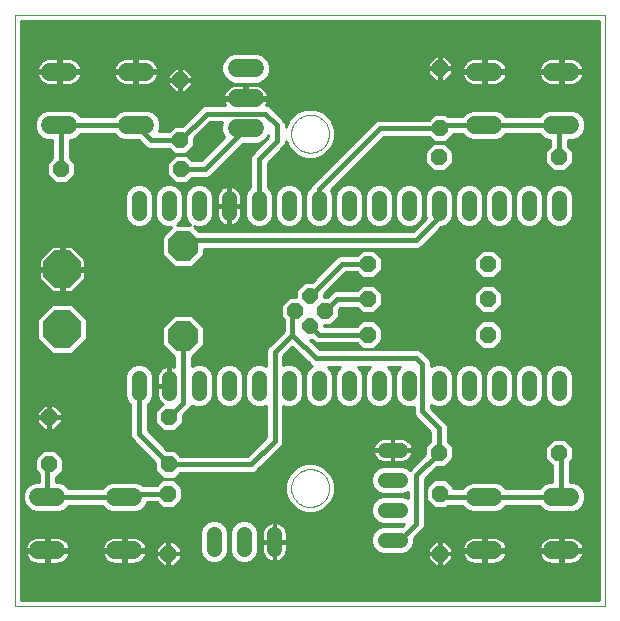
<source format=gbl>
G75*
%MOIN*%
%OFA0B0*%
%FSLAX24Y24*%
%IPPOS*%
%LPD*%
%AMOC8*
5,1,8,0,0,1.08239X$1,22.5*
%
%ADD10C,0.0000*%
%ADD11OC8,0.1000*%
%ADD12OC8,0.0520*%
%ADD13OC8,0.0515*%
%ADD14C,0.0515*%
%ADD15C,0.0600*%
%ADD16OC8,0.1240*%
%ADD17C,0.0160*%
%ADD18C,0.0100*%
D10*
X000475Y005795D02*
X000475Y025516D01*
X020160Y025516D01*
X020160Y005795D01*
X000475Y005795D01*
X009688Y009732D02*
X009690Y009782D01*
X009696Y009832D01*
X009706Y009881D01*
X009720Y009929D01*
X009737Y009976D01*
X009758Y010021D01*
X009783Y010065D01*
X009811Y010106D01*
X009843Y010145D01*
X009877Y010182D01*
X009914Y010216D01*
X009954Y010246D01*
X009996Y010273D01*
X010040Y010297D01*
X010086Y010318D01*
X010133Y010334D01*
X010181Y010347D01*
X010231Y010356D01*
X010280Y010361D01*
X010331Y010362D01*
X010381Y010359D01*
X010430Y010352D01*
X010479Y010341D01*
X010527Y010326D01*
X010573Y010308D01*
X010618Y010286D01*
X010661Y010260D01*
X010702Y010231D01*
X010741Y010199D01*
X010777Y010164D01*
X010809Y010126D01*
X010839Y010086D01*
X010866Y010043D01*
X010889Y009999D01*
X010908Y009953D01*
X010924Y009905D01*
X010936Y009856D01*
X010944Y009807D01*
X010948Y009757D01*
X010948Y009707D01*
X010944Y009657D01*
X010936Y009608D01*
X010924Y009559D01*
X010908Y009511D01*
X010889Y009465D01*
X010866Y009421D01*
X010839Y009378D01*
X010809Y009338D01*
X010777Y009300D01*
X010741Y009265D01*
X010702Y009233D01*
X010661Y009204D01*
X010618Y009178D01*
X010573Y009156D01*
X010527Y009138D01*
X010479Y009123D01*
X010430Y009112D01*
X010381Y009105D01*
X010331Y009102D01*
X010280Y009103D01*
X010231Y009108D01*
X010181Y009117D01*
X010133Y009130D01*
X010086Y009146D01*
X010040Y009167D01*
X009996Y009191D01*
X009954Y009218D01*
X009914Y009248D01*
X009877Y009282D01*
X009843Y009319D01*
X009811Y009358D01*
X009783Y009399D01*
X009758Y009443D01*
X009737Y009488D01*
X009720Y009535D01*
X009706Y009583D01*
X009696Y009632D01*
X009690Y009682D01*
X009688Y009732D01*
X009688Y021543D02*
X009690Y021593D01*
X009696Y021643D01*
X009706Y021692D01*
X009720Y021740D01*
X009737Y021787D01*
X009758Y021832D01*
X009783Y021876D01*
X009811Y021917D01*
X009843Y021956D01*
X009877Y021993D01*
X009914Y022027D01*
X009954Y022057D01*
X009996Y022084D01*
X010040Y022108D01*
X010086Y022129D01*
X010133Y022145D01*
X010181Y022158D01*
X010231Y022167D01*
X010280Y022172D01*
X010331Y022173D01*
X010381Y022170D01*
X010430Y022163D01*
X010479Y022152D01*
X010527Y022137D01*
X010573Y022119D01*
X010618Y022097D01*
X010661Y022071D01*
X010702Y022042D01*
X010741Y022010D01*
X010777Y021975D01*
X010809Y021937D01*
X010839Y021897D01*
X010866Y021854D01*
X010889Y021810D01*
X010908Y021764D01*
X010924Y021716D01*
X010936Y021667D01*
X010944Y021618D01*
X010948Y021568D01*
X010948Y021518D01*
X010944Y021468D01*
X010936Y021419D01*
X010924Y021370D01*
X010908Y021322D01*
X010889Y021276D01*
X010866Y021232D01*
X010839Y021189D01*
X010809Y021149D01*
X010777Y021111D01*
X010741Y021076D01*
X010702Y021044D01*
X010661Y021015D01*
X010618Y020989D01*
X010573Y020967D01*
X010527Y020949D01*
X010479Y020934D01*
X010430Y020923D01*
X010381Y020916D01*
X010331Y020913D01*
X010280Y020914D01*
X010231Y020919D01*
X010181Y020928D01*
X010133Y020941D01*
X010086Y020957D01*
X010040Y020978D01*
X009996Y021002D01*
X009954Y021029D01*
X009914Y021059D01*
X009877Y021093D01*
X009843Y021130D01*
X009811Y021169D01*
X009783Y021210D01*
X009758Y021254D01*
X009737Y021299D01*
X009720Y021346D01*
X009706Y021394D01*
X009696Y021443D01*
X009690Y021493D01*
X009688Y021543D01*
D11*
X006085Y017803D03*
X006085Y014803D03*
D12*
X005625Y012094D03*
X005625Y010520D03*
X005593Y009551D03*
X005593Y007551D03*
X001625Y010520D03*
X001625Y012094D03*
X002019Y020362D03*
X006019Y020362D03*
X005987Y021331D03*
X005987Y023331D03*
X009818Y015638D03*
X010818Y015638D03*
X012255Y016031D03*
X012255Y014850D03*
X012255Y017213D03*
X014617Y020756D03*
X014648Y021724D03*
X014648Y023724D03*
X018617Y020756D03*
X016255Y017213D03*
X016255Y016031D03*
X016255Y014850D03*
X014617Y010913D03*
X014648Y009551D03*
X014648Y007551D03*
X018617Y010913D03*
D13*
X010318Y015138D03*
X010318Y016138D03*
D14*
X010613Y013403D02*
X010613Y012888D01*
X011613Y012888D02*
X011613Y013403D01*
X012613Y013403D02*
X012613Y012888D01*
X013613Y012888D02*
X013613Y013403D01*
X014613Y013403D02*
X014613Y012888D01*
X015613Y012888D02*
X015613Y013403D01*
X016613Y013403D02*
X016613Y012888D01*
X017613Y012888D02*
X017613Y013403D01*
X018613Y013403D02*
X018613Y012888D01*
X018613Y018888D02*
X018613Y019403D01*
X017613Y019403D02*
X017613Y018888D01*
X016613Y018888D02*
X016613Y019403D01*
X015613Y019403D02*
X015613Y018888D01*
X014613Y018888D02*
X014613Y019403D01*
X013613Y019403D02*
X013613Y018888D01*
X012613Y018888D02*
X012613Y019403D01*
X011613Y019403D02*
X011613Y018888D01*
X010613Y018888D02*
X010613Y019403D01*
X009613Y019403D02*
X009613Y018888D01*
X008613Y018888D02*
X008613Y019403D01*
X007613Y019403D02*
X007613Y018888D01*
X006613Y018888D02*
X006613Y019403D01*
X005613Y019403D02*
X005613Y018888D01*
X004613Y018888D02*
X004613Y019403D01*
X004613Y013403D02*
X004613Y012888D01*
X005613Y012888D02*
X005613Y013403D01*
X006613Y013403D02*
X006613Y012888D01*
X007613Y012888D02*
X007613Y013403D01*
X008613Y013403D02*
X008613Y012888D01*
X009613Y012888D02*
X009613Y013403D01*
X012812Y011000D02*
X013327Y011000D01*
X013327Y010000D02*
X012812Y010000D01*
X012812Y009000D02*
X013327Y009000D01*
X013327Y008000D02*
X012812Y008000D01*
X009129Y008202D02*
X009129Y007687D01*
X008129Y007687D02*
X008129Y008202D01*
X007129Y008202D02*
X007129Y007687D01*
D15*
X004417Y007661D02*
X003817Y007661D01*
X003817Y009441D02*
X004417Y009441D01*
X001857Y009441D02*
X001257Y009441D01*
X001257Y007661D02*
X001857Y007661D01*
X007868Y021724D02*
X008468Y021724D01*
X008468Y022724D02*
X007868Y022724D01*
X007868Y023724D02*
X008468Y023724D01*
X004811Y023614D02*
X004211Y023614D01*
X004211Y021834D02*
X004811Y021834D01*
X002251Y021834D02*
X001651Y021834D01*
X001651Y023614D02*
X002251Y023614D01*
X015824Y023614D02*
X016424Y023614D01*
X016424Y021834D02*
X015824Y021834D01*
X018384Y021834D02*
X018984Y021834D01*
X018984Y023614D02*
X018384Y023614D01*
X018384Y009441D02*
X018984Y009441D01*
X018984Y007661D02*
X018384Y007661D01*
X016424Y007661D02*
X015824Y007661D01*
X015824Y009441D02*
X016424Y009441D01*
D16*
X002050Y015031D03*
X002050Y017031D03*
D17*
X002050Y017016D01*
X002019Y020362D02*
X002019Y021767D01*
X001951Y021834D01*
X004511Y021834D01*
X005015Y021331D01*
X005987Y021331D01*
X006869Y022213D01*
X008822Y022213D01*
X009215Y021819D01*
X009215Y021307D01*
X008613Y020705D01*
X008613Y019146D01*
X006806Y020362D02*
X008168Y021724D01*
X006806Y020362D02*
X006019Y020362D01*
X006282Y018000D02*
X006085Y017803D01*
X006282Y018000D02*
X013861Y018000D01*
X014613Y018752D01*
X014613Y019146D01*
X014648Y021724D02*
X012648Y021724D01*
X010613Y019689D01*
X010613Y019146D01*
X011393Y017213D02*
X010318Y016138D01*
X010818Y015638D02*
X011211Y016031D01*
X012255Y016031D01*
X012255Y014850D02*
X010605Y014850D01*
X010318Y015138D01*
X009727Y014850D02*
X009137Y014260D01*
X009137Y011307D01*
X008349Y010520D01*
X005625Y010520D01*
X004613Y011531D01*
X004613Y013146D01*
X005625Y012094D02*
X006085Y012555D01*
X006085Y014803D01*
X009727Y014850D02*
X009727Y015547D01*
X009818Y015638D01*
X009727Y014850D02*
X010515Y014063D01*
X013861Y014063D01*
X014058Y013866D01*
X014058Y012291D01*
X014617Y011732D01*
X014617Y010913D01*
X013861Y010157D01*
X013861Y008551D01*
X013310Y008000D01*
X013070Y008000D01*
X014648Y009551D02*
X014758Y009441D01*
X016124Y009441D01*
X018684Y009441D01*
X018684Y010846D01*
X018617Y010913D01*
X012255Y017213D02*
X011393Y017213D01*
X014648Y021724D02*
X014758Y021834D01*
X016124Y021834D01*
X018684Y021834D01*
X018617Y021767D01*
X018617Y020756D01*
X005593Y009551D02*
X004227Y009551D01*
X004117Y009441D01*
X001557Y009441D01*
X001557Y010452D01*
X001625Y010520D01*
D18*
X001259Y010819D02*
X000685Y010819D01*
X000685Y010917D02*
X001358Y010917D01*
X001430Y010990D02*
X001155Y010714D01*
X001155Y010325D01*
X001267Y010212D01*
X001267Y009951D01*
X001156Y009951D01*
X000969Y009874D01*
X000825Y009730D01*
X000747Y009543D01*
X000747Y009340D01*
X000825Y009152D01*
X000969Y009009D01*
X001156Y008931D01*
X001959Y008931D01*
X002146Y009009D01*
X002289Y009151D01*
X003386Y009151D01*
X003529Y009009D01*
X003716Y008931D01*
X004519Y008931D01*
X004706Y009009D01*
X004850Y009152D01*
X004895Y009261D01*
X005219Y009261D01*
X005399Y009081D01*
X005788Y009081D01*
X006063Y009357D01*
X006063Y009746D01*
X005788Y010021D01*
X005399Y010021D01*
X005219Y009841D01*
X004739Y009841D01*
X004706Y009874D01*
X004519Y009951D01*
X003716Y009951D01*
X003529Y009874D01*
X003386Y009731D01*
X002289Y009731D01*
X002146Y009874D01*
X001959Y009951D01*
X001847Y009951D01*
X001847Y010078D01*
X002095Y010325D01*
X002095Y010714D01*
X001819Y010990D01*
X001430Y010990D01*
X001161Y010720D02*
X000685Y010720D01*
X000685Y010622D02*
X001155Y010622D01*
X001155Y010523D02*
X000685Y010523D01*
X000685Y010425D02*
X001155Y010425D01*
X001155Y010326D02*
X000685Y010326D01*
X000685Y010228D02*
X001252Y010228D01*
X001267Y010129D02*
X000685Y010129D01*
X000685Y010031D02*
X001267Y010031D01*
X001110Y009932D02*
X000685Y009932D01*
X000685Y009834D02*
X000929Y009834D01*
X000830Y009735D02*
X000685Y009735D01*
X000685Y009637D02*
X000786Y009637D01*
X000747Y009538D02*
X000685Y009538D01*
X000685Y009440D02*
X000747Y009440D01*
X000747Y009341D02*
X000685Y009341D01*
X000685Y009243D02*
X000788Y009243D01*
X000833Y009144D02*
X000685Y009144D01*
X000685Y009046D02*
X000932Y009046D01*
X001117Y008947D02*
X000685Y008947D01*
X000685Y008849D02*
X012369Y008849D01*
X012345Y008907D02*
X012416Y008735D01*
X012547Y008604D01*
X012719Y008533D01*
X013420Y008533D01*
X013441Y008541D01*
X013367Y008467D01*
X012719Y008467D01*
X012547Y008396D01*
X012416Y008265D01*
X012345Y008093D01*
X012345Y007907D01*
X012416Y007735D01*
X012547Y007604D01*
X012719Y007533D01*
X013420Y007533D01*
X013592Y007604D01*
X013723Y007735D01*
X013795Y007907D01*
X013795Y008075D01*
X014025Y008305D01*
X014107Y008387D01*
X014151Y008493D01*
X014151Y010037D01*
X014557Y010443D01*
X014812Y010443D01*
X015087Y010719D01*
X015087Y011108D01*
X014907Y011288D01*
X014907Y011790D01*
X014863Y011897D01*
X014348Y012411D01*
X014348Y012492D01*
X014520Y012421D01*
X014706Y012421D01*
X014878Y012492D01*
X015009Y012623D01*
X015080Y012795D01*
X015080Y013496D01*
X015009Y013668D01*
X014878Y013799D01*
X014706Y013871D01*
X014520Y013871D01*
X014348Y013799D01*
X014348Y013924D01*
X014304Y014030D01*
X014107Y014227D01*
X014025Y014309D01*
X013919Y014353D01*
X010635Y014353D01*
X010317Y014670D01*
X010375Y014670D01*
X010441Y014605D01*
X010547Y014560D01*
X011880Y014560D01*
X012060Y014380D01*
X012449Y014380D01*
X012725Y014656D01*
X012725Y015045D01*
X012449Y015320D01*
X012060Y015320D01*
X011880Y015140D01*
X010785Y015140D01*
X010785Y015168D01*
X011012Y015168D01*
X011288Y015443D01*
X011288Y015698D01*
X011332Y015741D01*
X011880Y015741D01*
X012060Y015561D01*
X012449Y015561D01*
X012725Y015837D01*
X012725Y016226D01*
X012449Y016501D01*
X012060Y016501D01*
X011880Y016321D01*
X011154Y016321D01*
X011047Y016277D01*
X010878Y016108D01*
X010785Y016108D01*
X010785Y016195D01*
X011513Y016923D01*
X011880Y016923D01*
X012060Y016743D01*
X012449Y016743D01*
X012725Y017018D01*
X012725Y017407D01*
X012449Y017683D01*
X012060Y017683D01*
X011880Y017503D01*
X011335Y017503D01*
X011228Y017458D01*
X010375Y016605D01*
X010124Y016605D01*
X009850Y016331D01*
X009850Y016108D01*
X009623Y016108D01*
X009348Y015832D01*
X009348Y015443D01*
X009437Y015354D01*
X009437Y014971D01*
X008972Y014506D01*
X008891Y014424D01*
X008847Y014318D01*
X008847Y013812D01*
X008706Y013871D01*
X008520Y013871D01*
X008348Y013799D01*
X008217Y013668D01*
X008146Y013496D01*
X008146Y012795D01*
X008217Y012623D01*
X008348Y012492D01*
X008520Y012421D01*
X008706Y012421D01*
X008847Y012479D01*
X008847Y011427D01*
X008229Y010810D01*
X005999Y010810D01*
X005819Y010990D01*
X005565Y010990D01*
X004903Y011652D01*
X004903Y012517D01*
X005009Y012623D01*
X005080Y012795D01*
X005080Y013496D01*
X005009Y013668D01*
X004878Y013799D01*
X004706Y013871D01*
X004520Y013871D01*
X004348Y013799D01*
X004217Y013668D01*
X004146Y013496D01*
X004146Y012795D01*
X004217Y012623D01*
X004323Y012517D01*
X004323Y011474D01*
X004367Y011367D01*
X005155Y010580D01*
X005155Y010325D01*
X005430Y010050D01*
X005819Y010050D01*
X005999Y010230D01*
X008407Y010230D01*
X008513Y010274D01*
X008595Y010355D01*
X009382Y011143D01*
X009427Y011249D01*
X009427Y012459D01*
X009520Y012421D01*
X009706Y012421D01*
X009878Y012492D01*
X010009Y012623D01*
X010080Y012795D01*
X010080Y013496D01*
X010009Y013668D01*
X009878Y013799D01*
X009706Y013871D01*
X009520Y013871D01*
X009427Y013832D01*
X009427Y014140D01*
X009727Y014440D01*
X010269Y013899D01*
X010350Y013817D01*
X010371Y013809D01*
X010348Y013799D01*
X010217Y013668D01*
X010146Y013496D01*
X010146Y012795D01*
X010217Y012623D01*
X010348Y012492D01*
X010520Y012421D01*
X010706Y012421D01*
X010878Y012492D01*
X011009Y012623D01*
X011080Y012795D01*
X011080Y013496D01*
X011009Y013668D01*
X010904Y013773D01*
X011322Y013773D01*
X011217Y013668D01*
X011146Y013496D01*
X011146Y012795D01*
X011217Y012623D01*
X011348Y012492D01*
X011520Y012421D01*
X011706Y012421D01*
X011878Y012492D01*
X012009Y012623D01*
X012080Y012795D01*
X012080Y013496D01*
X012009Y013668D01*
X011904Y013773D01*
X012322Y013773D01*
X012217Y013668D01*
X012146Y013496D01*
X012146Y012795D01*
X012217Y012623D01*
X012348Y012492D01*
X012520Y012421D01*
X012706Y012421D01*
X012878Y012492D01*
X013009Y012623D01*
X013080Y012795D01*
X013080Y013496D01*
X013009Y013668D01*
X012904Y013773D01*
X013322Y013773D01*
X013217Y013668D01*
X013146Y013496D01*
X013146Y012795D01*
X013217Y012623D01*
X013348Y012492D01*
X013520Y012421D01*
X013706Y012421D01*
X013768Y012446D01*
X013768Y012234D01*
X013812Y012127D01*
X013894Y012045D01*
X014327Y011612D01*
X014327Y011288D01*
X014147Y011108D01*
X014147Y010854D01*
X013641Y010347D01*
X013592Y010396D01*
X013420Y010467D01*
X012719Y010467D01*
X012547Y010396D01*
X012416Y010265D01*
X012345Y010093D01*
X012345Y009907D01*
X012416Y009735D01*
X012547Y009604D01*
X012719Y009533D01*
X013420Y009533D01*
X013571Y009595D01*
X013571Y009405D01*
X013420Y009467D01*
X012719Y009467D01*
X012547Y009396D01*
X012416Y009265D01*
X012345Y009093D01*
X012345Y008907D01*
X012345Y008947D02*
X010617Y008947D01*
X010485Y008892D02*
X010793Y009020D01*
X011030Y009257D01*
X011158Y009565D01*
X011158Y009899D01*
X011030Y010208D01*
X010793Y010444D01*
X010485Y010572D01*
X010151Y010572D01*
X009842Y010444D01*
X009606Y010208D01*
X009478Y009899D01*
X009478Y009565D01*
X009606Y009257D01*
X009842Y009020D01*
X010151Y008892D01*
X010485Y008892D01*
X010819Y009046D02*
X012345Y009046D01*
X012366Y009144D02*
X010918Y009144D01*
X011016Y009243D02*
X012407Y009243D01*
X012492Y009341D02*
X011065Y009341D01*
X011106Y009440D02*
X012652Y009440D01*
X012705Y009538D02*
X011146Y009538D01*
X011158Y009637D02*
X012514Y009637D01*
X012416Y009735D02*
X011158Y009735D01*
X011158Y009834D02*
X012375Y009834D01*
X012345Y009932D02*
X011144Y009932D01*
X011103Y010031D02*
X012345Y010031D01*
X012360Y010129D02*
X011062Y010129D01*
X011010Y010228D02*
X012401Y010228D01*
X012477Y010326D02*
X010912Y010326D01*
X010813Y010425D02*
X012616Y010425D01*
X012658Y010622D02*
X008861Y010622D01*
X008763Y010523D02*
X010033Y010523D01*
X009822Y010425D02*
X008664Y010425D01*
X008566Y010326D02*
X009724Y010326D01*
X009625Y010228D02*
X005998Y010228D01*
X005899Y010129D02*
X009573Y010129D01*
X009532Y010031D02*
X001847Y010031D01*
X001899Y010129D02*
X005351Y010129D01*
X005252Y010228D02*
X001998Y010228D01*
X002095Y010326D02*
X005155Y010326D01*
X005155Y010425D02*
X002095Y010425D01*
X002095Y010523D02*
X005155Y010523D01*
X005113Y010622D02*
X002095Y010622D01*
X002089Y010720D02*
X005014Y010720D01*
X004916Y010819D02*
X001990Y010819D01*
X001892Y010917D02*
X004817Y010917D01*
X004719Y011016D02*
X000685Y011016D01*
X000685Y011114D02*
X004620Y011114D01*
X004522Y011213D02*
X000685Y011213D01*
X000685Y011311D02*
X004423Y011311D01*
X004350Y011410D02*
X000685Y011410D01*
X000685Y011508D02*
X004323Y011508D01*
X004323Y011607D02*
X000685Y011607D01*
X000685Y011705D02*
X001434Y011705D01*
X001455Y011684D02*
X001215Y011925D01*
X001215Y012064D01*
X001595Y012064D01*
X001655Y012064D01*
X001655Y011684D01*
X001795Y011684D01*
X002035Y011925D01*
X002035Y012064D01*
X001655Y012064D01*
X001655Y012124D01*
X002035Y012124D01*
X002035Y012264D01*
X001795Y012504D01*
X001655Y012504D01*
X001655Y012124D01*
X001595Y012124D01*
X001595Y012064D01*
X001595Y011684D01*
X001455Y011684D01*
X001595Y011705D02*
X001655Y011705D01*
X001655Y011804D02*
X001595Y011804D01*
X001595Y011902D02*
X001655Y011902D01*
X001655Y012001D02*
X001595Y012001D01*
X001595Y012099D02*
X000685Y012099D01*
X000685Y012001D02*
X001215Y012001D01*
X001237Y011902D02*
X000685Y011902D01*
X000685Y011804D02*
X001336Y011804D01*
X001215Y012124D02*
X001595Y012124D01*
X001595Y012504D01*
X001455Y012504D01*
X001215Y012264D01*
X001215Y012124D01*
X001215Y012198D02*
X000685Y012198D01*
X000685Y012296D02*
X001247Y012296D01*
X001345Y012395D02*
X000685Y012395D01*
X000685Y012493D02*
X001444Y012493D01*
X001595Y012493D02*
X001655Y012493D01*
X001655Y012395D02*
X001595Y012395D01*
X001595Y012296D02*
X001655Y012296D01*
X001655Y012198D02*
X001595Y012198D01*
X001655Y012099D02*
X004323Y012099D01*
X004323Y012001D02*
X002035Y012001D01*
X002012Y011902D02*
X004323Y011902D01*
X004323Y011804D02*
X001914Y011804D01*
X001815Y011705D02*
X004323Y011705D01*
X004323Y012198D02*
X002035Y012198D01*
X002003Y012296D02*
X004323Y012296D01*
X004323Y012395D02*
X001904Y012395D01*
X001806Y012493D02*
X004323Y012493D01*
X004248Y012592D02*
X000685Y012592D01*
X000685Y012690D02*
X004189Y012690D01*
X004148Y012789D02*
X000685Y012789D01*
X000685Y012887D02*
X004146Y012887D01*
X004146Y012986D02*
X000685Y012986D01*
X000685Y013084D02*
X004146Y013084D01*
X004146Y013183D02*
X000685Y013183D01*
X000685Y013281D02*
X004146Y013281D01*
X004146Y013380D02*
X000685Y013380D01*
X000685Y013478D02*
X004146Y013478D01*
X004179Y013577D02*
X000685Y013577D01*
X000685Y013675D02*
X004224Y013675D01*
X004323Y013774D02*
X000685Y013774D01*
X000685Y013872D02*
X005795Y013872D01*
X005769Y013781D02*
X005708Y013801D01*
X005645Y013811D01*
X005642Y013811D01*
X005642Y013174D01*
X005584Y013174D01*
X005584Y013117D01*
X005206Y013117D01*
X005206Y012856D01*
X005216Y012793D01*
X005235Y012732D01*
X005264Y012675D01*
X005302Y012623D01*
X005348Y012577D01*
X005399Y012540D01*
X005403Y012538D01*
X005155Y012289D01*
X005155Y011900D01*
X005430Y011624D01*
X005819Y011624D01*
X006095Y011900D01*
X006095Y012154D01*
X006331Y012391D01*
X006369Y012483D01*
X006520Y012421D01*
X006706Y012421D01*
X006878Y012492D01*
X007009Y012623D01*
X007080Y012795D01*
X007080Y013496D01*
X007009Y013668D01*
X006878Y013799D01*
X006706Y013871D01*
X006520Y013871D01*
X006375Y013811D01*
X006375Y014093D01*
X006380Y014093D01*
X006795Y014509D01*
X006795Y015097D01*
X006380Y015513D01*
X005791Y015513D01*
X005375Y015097D01*
X005375Y014509D01*
X005791Y014093D01*
X005795Y014093D01*
X005795Y013768D01*
X005769Y013781D01*
X005783Y013774D02*
X005795Y013774D01*
X005642Y013774D02*
X005584Y013774D01*
X005584Y013811D02*
X005581Y013811D01*
X005518Y013801D01*
X005457Y013781D01*
X005399Y013752D01*
X005348Y013714D01*
X005302Y013669D01*
X005264Y013617D01*
X005235Y013560D01*
X005216Y013499D01*
X005206Y013435D01*
X005206Y013174D01*
X005584Y013174D01*
X005584Y013811D01*
X005584Y013675D02*
X005642Y013675D01*
X005642Y013577D02*
X005584Y013577D01*
X005584Y013478D02*
X005642Y013478D01*
X005642Y013380D02*
X005584Y013380D01*
X005584Y013281D02*
X005642Y013281D01*
X005642Y013183D02*
X005584Y013183D01*
X005206Y013183D02*
X005080Y013183D01*
X005080Y013281D02*
X005206Y013281D01*
X005206Y013380D02*
X005080Y013380D01*
X005080Y013478D02*
X005212Y013478D01*
X005244Y013577D02*
X005047Y013577D01*
X005002Y013675D02*
X005309Y013675D01*
X005443Y013774D02*
X004903Y013774D01*
X005080Y013084D02*
X005206Y013084D01*
X005206Y012986D02*
X005080Y012986D01*
X005080Y012887D02*
X005206Y012887D01*
X005217Y012789D02*
X005078Y012789D01*
X005037Y012690D02*
X005256Y012690D01*
X005333Y012592D02*
X004978Y012592D01*
X004903Y012493D02*
X005359Y012493D01*
X005260Y012395D02*
X004903Y012395D01*
X004903Y012296D02*
X005162Y012296D01*
X005155Y012198D02*
X004903Y012198D01*
X004903Y012099D02*
X005155Y012099D01*
X005155Y012001D02*
X004903Y012001D01*
X004903Y011902D02*
X005155Y011902D01*
X005251Y011804D02*
X004903Y011804D01*
X004903Y011705D02*
X005349Y011705D01*
X005145Y011410D02*
X008829Y011410D01*
X008847Y011508D02*
X005046Y011508D01*
X004948Y011607D02*
X008847Y011607D01*
X008847Y011705D02*
X005900Y011705D01*
X005999Y011804D02*
X008847Y011804D01*
X008847Y011902D02*
X006095Y011902D01*
X006095Y012001D02*
X008847Y012001D01*
X008847Y012099D02*
X006095Y012099D01*
X006138Y012198D02*
X008847Y012198D01*
X008847Y012296D02*
X006237Y012296D01*
X006333Y012395D02*
X008847Y012395D01*
X008347Y012493D02*
X007879Y012493D01*
X007878Y012492D02*
X008009Y012623D01*
X008080Y012795D01*
X008080Y013496D01*
X008009Y013668D01*
X007878Y013799D01*
X007706Y013871D01*
X007520Y013871D01*
X007348Y013799D01*
X007217Y013668D01*
X007146Y013496D01*
X007146Y012795D01*
X007217Y012623D01*
X007348Y012492D01*
X007520Y012421D01*
X007706Y012421D01*
X007878Y012492D01*
X007978Y012592D02*
X008248Y012592D01*
X008189Y012690D02*
X008037Y012690D01*
X008078Y012789D02*
X008148Y012789D01*
X008146Y012887D02*
X008080Y012887D01*
X008080Y012986D02*
X008146Y012986D01*
X008146Y013084D02*
X008080Y013084D01*
X008080Y013183D02*
X008146Y013183D01*
X008146Y013281D02*
X008080Y013281D01*
X008080Y013380D02*
X008146Y013380D01*
X008146Y013478D02*
X008080Y013478D01*
X008047Y013577D02*
X008179Y013577D01*
X008224Y013675D02*
X008002Y013675D01*
X007903Y013774D02*
X008323Y013774D01*
X008847Y013872D02*
X006375Y013872D01*
X006375Y013971D02*
X008847Y013971D01*
X008847Y014069D02*
X006375Y014069D01*
X006454Y014168D02*
X008847Y014168D01*
X008847Y014266D02*
X006553Y014266D01*
X006651Y014365D02*
X008866Y014365D01*
X008930Y014463D02*
X006750Y014463D01*
X006795Y014562D02*
X009028Y014562D01*
X009127Y014660D02*
X006795Y014660D01*
X006795Y014759D02*
X009225Y014759D01*
X009324Y014857D02*
X006795Y014857D01*
X006795Y014956D02*
X009422Y014956D01*
X009437Y015054D02*
X006795Y015054D01*
X006740Y015153D02*
X009437Y015153D01*
X009437Y015251D02*
X006641Y015251D01*
X006543Y015350D02*
X009437Y015350D01*
X009348Y015448D02*
X006444Y015448D01*
X005726Y015448D02*
X002807Y015448D01*
X002880Y015375D02*
X002394Y015861D01*
X001706Y015861D01*
X001220Y015375D01*
X001220Y014688D01*
X001706Y014201D01*
X002394Y014201D01*
X002880Y014688D01*
X002880Y015375D01*
X002880Y015350D02*
X005628Y015350D01*
X005529Y015251D02*
X002880Y015251D01*
X002880Y015153D02*
X005431Y015153D01*
X005375Y015054D02*
X002880Y015054D01*
X002880Y014956D02*
X005375Y014956D01*
X005375Y014857D02*
X002880Y014857D01*
X002880Y014759D02*
X005375Y014759D01*
X005375Y014660D02*
X002853Y014660D01*
X002754Y014562D02*
X005375Y014562D01*
X005421Y014463D02*
X002656Y014463D01*
X002557Y014365D02*
X005520Y014365D01*
X005618Y014266D02*
X002459Y014266D01*
X001641Y014266D02*
X000685Y014266D01*
X000685Y014168D02*
X005717Y014168D01*
X005795Y014069D02*
X000685Y014069D01*
X000685Y013971D02*
X005795Y013971D01*
X006903Y013774D02*
X007323Y013774D01*
X007224Y013675D02*
X007002Y013675D01*
X007047Y013577D02*
X007179Y013577D01*
X007146Y013478D02*
X007080Y013478D01*
X007080Y013380D02*
X007146Y013380D01*
X007146Y013281D02*
X007080Y013281D01*
X007080Y013183D02*
X007146Y013183D01*
X007146Y013084D02*
X007080Y013084D01*
X007080Y012986D02*
X007146Y012986D01*
X007146Y012887D02*
X007080Y012887D01*
X007078Y012789D02*
X007148Y012789D01*
X007189Y012690D02*
X007037Y012690D01*
X006978Y012592D02*
X007248Y012592D01*
X007347Y012493D02*
X006879Y012493D01*
X005892Y010917D02*
X008337Y010917D01*
X008435Y011016D02*
X005539Y011016D01*
X005440Y011114D02*
X008534Y011114D01*
X008632Y011213D02*
X005342Y011213D01*
X005243Y011311D02*
X008731Y011311D01*
X009157Y010917D02*
X012413Y010917D01*
X012415Y010905D02*
X012435Y010844D01*
X012464Y010786D01*
X012501Y010735D01*
X012547Y010689D01*
X012599Y010651D01*
X012656Y010622D01*
X012717Y010603D01*
X012780Y010593D01*
X013041Y010593D01*
X013041Y010971D01*
X013098Y010971D01*
X013098Y010593D01*
X013359Y010593D01*
X013423Y010603D01*
X013484Y010622D01*
X013541Y010651D01*
X013593Y010689D01*
X013638Y010735D01*
X013676Y010786D01*
X013705Y010844D01*
X013725Y010905D01*
X013735Y010968D01*
X013735Y010971D01*
X013098Y010971D01*
X013098Y011029D01*
X013041Y011029D01*
X013041Y011407D01*
X012780Y011407D01*
X012717Y011397D01*
X012656Y011378D01*
X012599Y011349D01*
X012547Y011311D01*
X012501Y011265D01*
X012464Y011214D01*
X012435Y011156D01*
X012415Y011095D01*
X012405Y011032D01*
X012405Y011029D01*
X013041Y011029D01*
X013041Y010971D01*
X012405Y010971D01*
X012405Y010968D01*
X012415Y010905D01*
X012447Y010819D02*
X009058Y010819D01*
X008960Y010720D02*
X012516Y010720D01*
X012421Y011114D02*
X009354Y011114D01*
X009411Y011213D02*
X012463Y011213D01*
X012547Y011311D02*
X009427Y011311D01*
X009427Y011410D02*
X014327Y011410D01*
X014327Y011508D02*
X009427Y011508D01*
X009427Y011607D02*
X014327Y011607D01*
X014234Y011705D02*
X009427Y011705D01*
X009427Y011804D02*
X014135Y011804D01*
X014037Y011902D02*
X009427Y011902D01*
X009427Y012001D02*
X013938Y012001D01*
X013840Y012099D02*
X009427Y012099D01*
X009427Y012198D02*
X013783Y012198D01*
X013768Y012296D02*
X009427Y012296D01*
X009427Y012395D02*
X013768Y012395D01*
X013347Y012493D02*
X012879Y012493D01*
X012978Y012592D02*
X013248Y012592D01*
X013189Y012690D02*
X013037Y012690D01*
X013078Y012789D02*
X013148Y012789D01*
X013146Y012887D02*
X013080Y012887D01*
X013080Y012986D02*
X013146Y012986D01*
X013146Y013084D02*
X013080Y013084D01*
X013080Y013183D02*
X013146Y013183D01*
X013146Y013281D02*
X013080Y013281D01*
X013080Y013380D02*
X013146Y013380D01*
X013146Y013478D02*
X013080Y013478D01*
X013047Y013577D02*
X013179Y013577D01*
X013224Y013675D02*
X013002Y013675D01*
X012532Y014463D02*
X015977Y014463D01*
X016060Y014380D02*
X016449Y014380D01*
X016725Y014656D01*
X016725Y015045D01*
X016449Y015320D01*
X016060Y015320D01*
X015785Y015045D01*
X015785Y014656D01*
X016060Y014380D01*
X015879Y014562D02*
X012631Y014562D01*
X012725Y014660D02*
X015785Y014660D01*
X015785Y014759D02*
X012725Y014759D01*
X012725Y014857D02*
X015785Y014857D01*
X015785Y014956D02*
X012725Y014956D01*
X012715Y015054D02*
X015794Y015054D01*
X015892Y015153D02*
X012617Y015153D01*
X012518Y015251D02*
X015991Y015251D01*
X016060Y015561D02*
X016449Y015561D01*
X016725Y015837D01*
X016725Y016226D01*
X016449Y016501D01*
X016060Y016501D01*
X015785Y016226D01*
X015785Y015837D01*
X016060Y015561D01*
X015976Y015645D02*
X012533Y015645D01*
X012632Y015744D02*
X015878Y015744D01*
X015785Y015842D02*
X012725Y015842D01*
X012725Y015941D02*
X015785Y015941D01*
X015785Y016039D02*
X012725Y016039D01*
X012725Y016138D02*
X015785Y016138D01*
X015795Y016236D02*
X012715Y016236D01*
X012616Y016335D02*
X015893Y016335D01*
X015992Y016433D02*
X012518Y016433D01*
X012534Y016827D02*
X015975Y016827D01*
X016060Y016743D02*
X016449Y016743D01*
X016725Y017018D01*
X016725Y017407D01*
X016449Y017683D01*
X016060Y017683D01*
X015785Y017407D01*
X015785Y017018D01*
X016060Y016743D01*
X015877Y016926D02*
X012633Y016926D01*
X012725Y017024D02*
X015785Y017024D01*
X015785Y017123D02*
X012725Y017123D01*
X012725Y017221D02*
X015785Y017221D01*
X015785Y017320D02*
X012725Y017320D01*
X012714Y017418D02*
X015796Y017418D01*
X015894Y017517D02*
X012615Y017517D01*
X012517Y017615D02*
X015993Y017615D01*
X016517Y017615D02*
X019950Y017615D01*
X019950Y017517D02*
X016615Y017517D01*
X016714Y017418D02*
X019950Y017418D01*
X019950Y017320D02*
X016725Y017320D01*
X016725Y017221D02*
X019950Y017221D01*
X019950Y017123D02*
X016725Y017123D01*
X016725Y017024D02*
X019950Y017024D01*
X019950Y016926D02*
X016633Y016926D01*
X016534Y016827D02*
X019950Y016827D01*
X019950Y016729D02*
X011319Y016729D01*
X011417Y016827D02*
X011975Y016827D01*
X011992Y016433D02*
X011023Y016433D01*
X010925Y016335D02*
X011893Y016335D01*
X011976Y015645D02*
X011288Y015645D01*
X011288Y015547D02*
X019950Y015547D01*
X019950Y015645D02*
X016533Y015645D01*
X016632Y015744D02*
X019950Y015744D01*
X019950Y015842D02*
X016725Y015842D01*
X016725Y015941D02*
X019950Y015941D01*
X019950Y016039D02*
X016725Y016039D01*
X016725Y016138D02*
X019950Y016138D01*
X019950Y016236D02*
X016715Y016236D01*
X016616Y016335D02*
X019950Y016335D01*
X019950Y016433D02*
X016518Y016433D01*
X016518Y015251D02*
X019950Y015251D01*
X019950Y015153D02*
X016617Y015153D01*
X016715Y015054D02*
X019950Y015054D01*
X019950Y014956D02*
X016725Y014956D01*
X016725Y014857D02*
X019950Y014857D01*
X019950Y014759D02*
X016725Y014759D01*
X016725Y014660D02*
X019950Y014660D01*
X019950Y014562D02*
X016631Y014562D01*
X016532Y014463D02*
X019950Y014463D01*
X019950Y014365D02*
X010623Y014365D01*
X010524Y014463D02*
X011977Y014463D01*
X011892Y015153D02*
X010785Y015153D01*
X011096Y015251D02*
X011991Y015251D01*
X011288Y015448D02*
X019950Y015448D01*
X019950Y015350D02*
X011194Y015350D01*
X010908Y016138D02*
X010785Y016138D01*
X010826Y016236D02*
X011006Y016236D01*
X011122Y016532D02*
X019950Y016532D01*
X019950Y016630D02*
X011220Y016630D01*
X010794Y017024D02*
X002100Y017024D01*
X002100Y016981D02*
X002100Y017081D01*
X002820Y017081D01*
X002820Y017350D01*
X002369Y017801D01*
X002100Y017801D01*
X002100Y017082D01*
X002000Y017082D01*
X002000Y017801D01*
X001731Y017801D01*
X001280Y017350D01*
X001280Y017081D01*
X002000Y017081D01*
X002000Y016981D01*
X002100Y016981D01*
X002100Y016261D01*
X002369Y016261D01*
X002820Y016713D01*
X002820Y016981D01*
X002100Y016981D01*
X002100Y016926D02*
X002000Y016926D01*
X002000Y016981D02*
X002000Y016261D01*
X001731Y016261D01*
X001280Y016713D01*
X001280Y016981D01*
X002000Y016981D01*
X002000Y017024D02*
X000685Y017024D01*
X000685Y016926D02*
X001280Y016926D01*
X001280Y016827D02*
X000685Y016827D01*
X000685Y016729D02*
X001280Y016729D01*
X001362Y016630D02*
X000685Y016630D01*
X000685Y016532D02*
X001461Y016532D01*
X001559Y016433D02*
X000685Y016433D01*
X000685Y016335D02*
X001658Y016335D01*
X002000Y016335D02*
X002100Y016335D01*
X002100Y016433D02*
X002000Y016433D01*
X002000Y016532D02*
X002100Y016532D01*
X002100Y016630D02*
X002000Y016630D01*
X002000Y016729D02*
X002100Y016729D01*
X002100Y016827D02*
X002000Y016827D01*
X002000Y017123D02*
X002100Y017123D01*
X002100Y017221D02*
X002000Y017221D01*
X002000Y017320D02*
X002100Y017320D01*
X002100Y017418D02*
X002000Y017418D01*
X002000Y017517D02*
X002100Y017517D01*
X002100Y017615D02*
X002000Y017615D01*
X002000Y017714D02*
X002100Y017714D01*
X002457Y017714D02*
X005375Y017714D01*
X005375Y017812D02*
X000685Y017812D01*
X000685Y017714D02*
X001643Y017714D01*
X001545Y017615D02*
X000685Y017615D01*
X000685Y017517D02*
X001446Y017517D01*
X001348Y017418D02*
X000685Y017418D01*
X000685Y017320D02*
X001280Y017320D01*
X001280Y017221D02*
X000685Y017221D01*
X000685Y017123D02*
X001280Y017123D01*
X000685Y017911D02*
X005375Y017911D01*
X005375Y018009D02*
X000685Y018009D01*
X000685Y018108D02*
X005386Y018108D01*
X005375Y018097D02*
X005375Y017509D01*
X005791Y017093D01*
X006380Y017093D01*
X006795Y017509D01*
X006795Y017710D01*
X013919Y017710D01*
X014025Y017754D01*
X014107Y017836D01*
X014692Y018421D01*
X014706Y018421D01*
X014878Y018492D01*
X015009Y018623D01*
X015080Y018795D01*
X015080Y019496D01*
X015009Y019668D01*
X014878Y019799D01*
X014706Y019871D01*
X014520Y019871D01*
X014348Y019799D01*
X014217Y019668D01*
X014146Y019496D01*
X014146Y018795D01*
X014175Y018724D01*
X013741Y018290D01*
X006603Y018290D01*
X006438Y018455D01*
X006520Y018421D01*
X006706Y018421D01*
X006878Y018492D01*
X007009Y018623D01*
X007080Y018795D01*
X007080Y019496D01*
X007009Y019668D01*
X006878Y019799D01*
X006706Y019871D01*
X006520Y019871D01*
X006348Y019799D01*
X006217Y019668D01*
X006146Y019496D01*
X006146Y018795D01*
X006217Y018623D01*
X006327Y018513D01*
X005899Y018513D01*
X006009Y018623D01*
X006080Y018795D01*
X006080Y019496D01*
X006009Y019668D01*
X005878Y019799D01*
X005706Y019871D01*
X005520Y019871D01*
X005348Y019799D01*
X005217Y019668D01*
X005146Y019496D01*
X005146Y018795D01*
X005217Y018623D01*
X005348Y018492D01*
X005520Y018421D01*
X005699Y018421D01*
X005375Y018097D01*
X005485Y018206D02*
X000685Y018206D01*
X000685Y018305D02*
X005583Y018305D01*
X005682Y018403D02*
X000685Y018403D01*
X000685Y018502D02*
X004338Y018502D01*
X004348Y018492D02*
X004520Y018421D01*
X004706Y018421D01*
X004878Y018492D01*
X005009Y018623D01*
X005080Y018795D01*
X005080Y019496D01*
X005009Y019668D01*
X004878Y019799D01*
X004706Y019871D01*
X004520Y019871D01*
X004348Y019799D01*
X004217Y019668D01*
X004146Y019496D01*
X004146Y018795D01*
X004217Y018623D01*
X004348Y018492D01*
X004240Y018600D02*
X000685Y018600D01*
X000685Y018699D02*
X004185Y018699D01*
X004146Y018797D02*
X000685Y018797D01*
X000685Y018896D02*
X004146Y018896D01*
X004146Y018994D02*
X000685Y018994D01*
X000685Y019093D02*
X004146Y019093D01*
X004146Y019191D02*
X000685Y019191D01*
X000685Y019290D02*
X004146Y019290D01*
X004146Y019388D02*
X000685Y019388D01*
X000685Y019487D02*
X004146Y019487D01*
X004182Y019585D02*
X000685Y019585D01*
X000685Y019684D02*
X004233Y019684D01*
X004331Y019782D02*
X000685Y019782D01*
X000685Y019881D02*
X008323Y019881D01*
X008323Y019979D02*
X006300Y019979D01*
X006213Y019892D02*
X006393Y020072D01*
X006864Y020072D01*
X006970Y020116D01*
X008068Y021214D01*
X008570Y021214D01*
X008757Y021292D01*
X008900Y021436D01*
X008925Y021496D01*
X008925Y021427D01*
X008367Y020869D01*
X008323Y020762D01*
X008323Y019774D01*
X008217Y019668D01*
X008146Y019496D01*
X008146Y018795D01*
X008217Y018623D01*
X008348Y018492D01*
X008520Y018421D01*
X008706Y018421D01*
X008878Y018492D01*
X009009Y018623D01*
X009080Y018795D01*
X009080Y019496D01*
X009009Y019668D01*
X008903Y019774D01*
X008903Y020585D01*
X009380Y021061D01*
X009461Y021143D01*
X009505Y021249D01*
X009505Y021310D01*
X009606Y021068D01*
X009842Y020831D01*
X010151Y020703D01*
X010485Y020703D01*
X010793Y020831D01*
X011030Y021068D01*
X011158Y021376D01*
X011158Y021710D01*
X011030Y022019D01*
X010793Y022255D01*
X010485Y022383D01*
X010151Y022383D01*
X009842Y022255D01*
X009606Y022019D01*
X009505Y021777D01*
X009505Y021877D01*
X009461Y021983D01*
X009068Y022377D01*
X008986Y022458D01*
X008879Y022503D01*
X008860Y022503D01*
X008885Y022552D01*
X008907Y022619D01*
X008916Y022674D01*
X008218Y022674D01*
X008218Y022774D01*
X008916Y022774D01*
X008907Y022830D01*
X008885Y022897D01*
X008853Y022960D01*
X008811Y023018D01*
X008761Y023068D01*
X008704Y023109D01*
X008641Y023141D01*
X008573Y023163D01*
X008504Y023174D01*
X008218Y023174D01*
X008218Y022774D01*
X008118Y022774D01*
X008118Y022674D01*
X007420Y022674D01*
X007429Y022619D01*
X007451Y022552D01*
X007476Y022503D01*
X006811Y022503D01*
X006705Y022458D01*
X006623Y022377D01*
X006047Y021801D01*
X005792Y021801D01*
X005612Y021621D01*
X005275Y021621D01*
X005321Y021733D01*
X005321Y021936D01*
X005243Y022123D01*
X005100Y022267D01*
X004913Y022344D01*
X004110Y022344D01*
X003922Y022267D01*
X003780Y022124D01*
X002682Y022124D01*
X002540Y022267D01*
X002353Y022344D01*
X001550Y022344D01*
X001362Y022267D01*
X001219Y022123D01*
X001141Y021936D01*
X001141Y021733D01*
X001219Y021546D01*
X001362Y021402D01*
X001550Y021324D01*
X001729Y021324D01*
X001729Y020737D01*
X001549Y020557D01*
X001549Y020168D01*
X001824Y019892D01*
X002213Y019892D01*
X002489Y020168D01*
X002489Y020557D01*
X002309Y020737D01*
X002309Y021324D01*
X002353Y021324D01*
X002540Y021402D01*
X002682Y021544D01*
X003780Y021544D01*
X003922Y021402D01*
X004110Y021324D01*
X004611Y021324D01*
X004851Y021085D01*
X004957Y021041D01*
X005612Y021041D01*
X005792Y020861D01*
X006182Y020861D01*
X006457Y021136D01*
X006457Y021391D01*
X006989Y021923D01*
X007398Y021923D01*
X007358Y021826D01*
X007358Y021623D01*
X007436Y021436D01*
X007452Y021419D01*
X006686Y020652D01*
X006393Y020652D01*
X006213Y020832D01*
X005824Y020832D01*
X005549Y020557D01*
X005549Y020168D01*
X005824Y019892D01*
X006213Y019892D01*
X006331Y019782D02*
X005895Y019782D01*
X005993Y019684D02*
X006233Y019684D01*
X006182Y019585D02*
X006044Y019585D01*
X006080Y019487D02*
X006146Y019487D01*
X006146Y019388D02*
X006080Y019388D01*
X006080Y019290D02*
X006146Y019290D01*
X006146Y019191D02*
X006080Y019191D01*
X006080Y019093D02*
X006146Y019093D01*
X006146Y018994D02*
X006080Y018994D01*
X006080Y018896D02*
X006146Y018896D01*
X006146Y018797D02*
X006080Y018797D01*
X006041Y018699D02*
X006185Y018699D01*
X006240Y018600D02*
X005986Y018600D01*
X006489Y018403D02*
X013854Y018403D01*
X013878Y018492D02*
X014009Y018623D01*
X014080Y018795D01*
X014080Y019496D01*
X014009Y019668D01*
X013878Y019799D01*
X013706Y019871D01*
X013520Y019871D01*
X013348Y019799D01*
X013217Y019668D01*
X013146Y019496D01*
X013146Y018795D01*
X013217Y018623D01*
X013348Y018492D01*
X013520Y018421D01*
X013706Y018421D01*
X013878Y018492D01*
X013888Y018502D02*
X013953Y018502D01*
X013986Y018600D02*
X014051Y018600D01*
X014041Y018699D02*
X014150Y018699D01*
X014146Y018797D02*
X014080Y018797D01*
X014080Y018896D02*
X014146Y018896D01*
X014146Y018994D02*
X014080Y018994D01*
X014080Y019093D02*
X014146Y019093D01*
X014146Y019191D02*
X014080Y019191D01*
X014080Y019290D02*
X014146Y019290D01*
X014146Y019388D02*
X014080Y019388D01*
X014080Y019487D02*
X014146Y019487D01*
X014182Y019585D02*
X014044Y019585D01*
X013993Y019684D02*
X014233Y019684D01*
X014331Y019782D02*
X013895Y019782D01*
X014422Y020286D02*
X014812Y020286D01*
X015087Y020561D01*
X015087Y020951D01*
X014812Y021226D01*
X014422Y021226D01*
X014147Y020951D01*
X014147Y020561D01*
X014422Y020286D01*
X014335Y020373D02*
X011707Y020373D01*
X011609Y020275D02*
X019950Y020275D01*
X019950Y020373D02*
X018899Y020373D01*
X018812Y020286D02*
X019087Y020561D01*
X019087Y020951D01*
X018907Y021131D01*
X018907Y021324D01*
X019086Y021324D01*
X019273Y021402D01*
X019417Y021546D01*
X019494Y021733D01*
X019494Y021936D01*
X019417Y022123D01*
X019273Y022267D01*
X019086Y022344D01*
X018283Y022344D01*
X018095Y022267D01*
X017953Y022124D01*
X016856Y022124D01*
X016713Y022267D01*
X016526Y022344D01*
X015723Y022344D01*
X015535Y022267D01*
X015393Y022124D01*
X014913Y022124D01*
X014843Y022194D01*
X014454Y022194D01*
X014274Y022014D01*
X012591Y022014D01*
X012484Y021970D01*
X010367Y019853D01*
X010343Y019794D01*
X010217Y019668D01*
X010146Y019496D01*
X010146Y018795D01*
X010217Y018623D01*
X010348Y018492D01*
X010520Y018421D01*
X010706Y018421D01*
X010878Y018492D01*
X011009Y018623D01*
X011080Y018795D01*
X011080Y019496D01*
X011009Y019668D01*
X011006Y019672D01*
X012769Y021434D01*
X014274Y021434D01*
X014454Y021254D01*
X014843Y021254D01*
X015118Y021530D01*
X015118Y021544D01*
X015393Y021544D01*
X015535Y021402D01*
X015723Y021324D01*
X016526Y021324D01*
X016713Y021402D01*
X016856Y021544D01*
X017953Y021544D01*
X018095Y021402D01*
X018283Y021324D01*
X018327Y021324D01*
X018327Y021131D01*
X018147Y020951D01*
X018147Y020561D01*
X018422Y020286D01*
X018812Y020286D01*
X018998Y020472D02*
X019950Y020472D01*
X019950Y020570D02*
X019087Y020570D01*
X019087Y020669D02*
X019950Y020669D01*
X019950Y020767D02*
X019087Y020767D01*
X019087Y020866D02*
X019950Y020866D01*
X019950Y020964D02*
X019073Y020964D01*
X018975Y021063D02*
X019950Y021063D01*
X019950Y021161D02*
X018907Y021161D01*
X018907Y021260D02*
X019950Y021260D01*
X019950Y021358D02*
X019168Y021358D01*
X019328Y021457D02*
X019950Y021457D01*
X019950Y021555D02*
X019421Y021555D01*
X019462Y021654D02*
X019950Y021654D01*
X019950Y021752D02*
X019494Y021752D01*
X019494Y021851D02*
X019950Y021851D01*
X019950Y021949D02*
X019489Y021949D01*
X019448Y022048D02*
X019950Y022048D01*
X019950Y022146D02*
X019394Y022146D01*
X019295Y022245D02*
X019950Y022245D01*
X019950Y022343D02*
X019088Y022343D01*
X019020Y023164D02*
X018734Y023164D01*
X018734Y023564D01*
X018634Y023564D01*
X018634Y023164D01*
X018349Y023164D01*
X018279Y023175D01*
X018212Y023197D01*
X018148Y023230D01*
X016661Y023230D01*
X016660Y023230D02*
X016717Y023271D01*
X016768Y023321D01*
X016809Y023379D01*
X016841Y023442D01*
X016863Y023509D01*
X016872Y023564D01*
X016174Y023564D01*
X016174Y023164D01*
X016460Y023164D01*
X016530Y023175D01*
X016597Y023197D01*
X016660Y023230D01*
X016773Y023328D02*
X018036Y023328D01*
X018041Y023321D02*
X017999Y023379D01*
X017967Y023442D01*
X017945Y023509D01*
X017937Y023564D01*
X018634Y023564D01*
X018634Y023664D01*
X017937Y023664D01*
X017945Y023720D01*
X017967Y023787D01*
X017999Y023850D01*
X018041Y023908D01*
X018091Y023958D01*
X018148Y023999D01*
X018212Y024031D01*
X018279Y024053D01*
X018349Y024064D01*
X018634Y024064D01*
X018634Y023664D01*
X018734Y023664D01*
X018734Y024064D01*
X019020Y024064D01*
X019090Y024053D01*
X019157Y024031D01*
X019220Y023999D01*
X019277Y023958D01*
X019328Y023908D01*
X019369Y023850D01*
X019401Y023787D01*
X019423Y023720D01*
X019432Y023664D01*
X018734Y023664D01*
X018734Y023564D01*
X019432Y023564D01*
X019423Y023509D01*
X019401Y023442D01*
X019369Y023379D01*
X019328Y023321D01*
X019277Y023271D01*
X019220Y023230D01*
X019157Y023197D01*
X019090Y023175D01*
X019020Y023164D01*
X019221Y023230D02*
X019950Y023230D01*
X019950Y023328D02*
X019333Y023328D01*
X019394Y023427D02*
X019950Y023427D01*
X019950Y023525D02*
X019426Y023525D01*
X019422Y023722D02*
X019950Y023722D01*
X019950Y023624D02*
X018734Y023624D01*
X018734Y023722D02*
X018634Y023722D01*
X018634Y023624D02*
X016174Y023624D01*
X016174Y023664D02*
X016872Y023664D01*
X016863Y023720D01*
X016841Y023787D01*
X016809Y023850D01*
X016768Y023908D01*
X016717Y023958D01*
X016660Y023999D01*
X016597Y024031D01*
X016530Y024053D01*
X016460Y024064D01*
X016174Y024064D01*
X016174Y023664D01*
X016074Y023664D01*
X016074Y023564D01*
X016174Y023564D01*
X016174Y023664D01*
X016174Y023722D02*
X016074Y023722D01*
X016074Y023664D02*
X016074Y024064D01*
X015789Y024064D01*
X015719Y024053D01*
X015652Y024031D01*
X015588Y023999D01*
X015531Y023958D01*
X015481Y023908D01*
X015439Y023850D01*
X015407Y023787D01*
X015385Y023720D01*
X015377Y023664D01*
X016074Y023664D01*
X016074Y023624D02*
X015058Y023624D01*
X015058Y023555D02*
X015058Y023694D01*
X014678Y023694D01*
X014678Y023314D01*
X014818Y023314D01*
X015058Y023555D01*
X015029Y023525D02*
X015383Y023525D01*
X015385Y023509D02*
X015407Y023442D01*
X015439Y023379D01*
X015481Y023321D01*
X015531Y023271D01*
X015588Y023230D01*
X008607Y023230D01*
X008570Y023214D02*
X008757Y023292D01*
X008900Y023436D01*
X008978Y023623D01*
X008978Y023826D01*
X008900Y024013D01*
X008757Y024157D01*
X008570Y024234D01*
X007767Y024234D01*
X007579Y024157D01*
X007436Y024013D01*
X007358Y023826D01*
X007358Y023623D01*
X007436Y023436D01*
X007579Y023292D01*
X007767Y023214D01*
X008570Y023214D01*
X008661Y023131D02*
X019950Y023131D01*
X019950Y023033D02*
X008796Y023033D01*
X008866Y022934D02*
X019950Y022934D01*
X019950Y022836D02*
X008905Y022836D01*
X008910Y022639D02*
X019950Y022639D01*
X019950Y022737D02*
X008218Y022737D01*
X008218Y022836D02*
X008118Y022836D01*
X008118Y022774D02*
X008118Y023174D01*
X007833Y023174D01*
X007763Y023163D01*
X007695Y023141D01*
X007632Y023109D01*
X007575Y023068D01*
X007525Y023018D01*
X007483Y022960D01*
X007451Y022897D01*
X007429Y022830D01*
X007420Y022774D01*
X008118Y022774D01*
X008118Y022737D02*
X000685Y022737D01*
X000685Y022639D02*
X007426Y022639D01*
X007457Y022540D02*
X000685Y022540D01*
X000685Y022442D02*
X006688Y022442D01*
X006589Y022343D02*
X004915Y022343D01*
X005122Y022245D02*
X006491Y022245D01*
X006392Y022146D02*
X005220Y022146D01*
X005275Y022048D02*
X006294Y022048D01*
X006195Y021949D02*
X005316Y021949D01*
X005321Y021851D02*
X006097Y021851D01*
X005744Y021752D02*
X005321Y021752D01*
X005288Y021654D02*
X005645Y021654D01*
X005689Y020964D02*
X002309Y020964D01*
X002309Y020866D02*
X005787Y020866D01*
X005759Y020767D02*
X002309Y020767D01*
X002377Y020669D02*
X005660Y020669D01*
X005562Y020570D02*
X002475Y020570D01*
X002489Y020472D02*
X005549Y020472D01*
X005549Y020373D02*
X002489Y020373D01*
X002489Y020275D02*
X005549Y020275D01*
X005549Y020176D02*
X002489Y020176D01*
X002399Y020078D02*
X005638Y020078D01*
X005737Y019979D02*
X002300Y019979D01*
X001737Y019979D02*
X000685Y019979D01*
X000685Y020078D02*
X001638Y020078D01*
X001549Y020176D02*
X000685Y020176D01*
X000685Y020275D02*
X001549Y020275D01*
X001549Y020373D02*
X000685Y020373D01*
X000685Y020472D02*
X001549Y020472D01*
X001562Y020570D02*
X000685Y020570D01*
X000685Y020669D02*
X001660Y020669D01*
X001729Y020767D02*
X000685Y020767D01*
X000685Y020866D02*
X001729Y020866D01*
X001729Y020964D02*
X000685Y020964D01*
X000685Y021063D02*
X001729Y021063D01*
X001729Y021161D02*
X000685Y021161D01*
X000685Y021260D02*
X001729Y021260D01*
X001468Y021358D02*
X000685Y021358D01*
X000685Y021457D02*
X001307Y021457D01*
X001215Y021555D02*
X000685Y021555D01*
X000685Y021654D02*
X001174Y021654D01*
X001141Y021752D02*
X000685Y021752D01*
X000685Y021851D02*
X001141Y021851D01*
X001147Y021949D02*
X000685Y021949D01*
X000685Y022048D02*
X001187Y022048D01*
X001242Y022146D02*
X000685Y022146D01*
X000685Y022245D02*
X001340Y022245D01*
X001547Y022343D02*
X000685Y022343D01*
X000685Y022836D02*
X007431Y022836D01*
X007470Y022934D02*
X006170Y022934D01*
X006157Y022921D02*
X006397Y023161D01*
X006397Y023301D01*
X006017Y023301D01*
X006017Y023361D01*
X005957Y023361D01*
X005957Y023741D01*
X005817Y023741D01*
X005577Y023501D01*
X005577Y023361D01*
X005957Y023361D01*
X005957Y023301D01*
X005577Y023301D01*
X005577Y023161D01*
X005817Y022921D01*
X005957Y022921D01*
X005957Y023301D01*
X006017Y023301D01*
X006017Y022921D01*
X006157Y022921D01*
X006017Y022934D02*
X005957Y022934D01*
X005957Y023033D02*
X006017Y023033D01*
X006017Y023131D02*
X005957Y023131D01*
X005957Y023230D02*
X006017Y023230D01*
X006017Y023328D02*
X007543Y023328D01*
X007444Y023427D02*
X006397Y023427D01*
X006397Y023361D02*
X006397Y023501D01*
X006157Y023741D01*
X006017Y023741D01*
X006017Y023361D01*
X006397Y023361D01*
X006397Y023230D02*
X007729Y023230D01*
X007676Y023131D02*
X006367Y023131D01*
X006269Y023033D02*
X007540Y023033D01*
X007399Y023525D02*
X006372Y023525D01*
X006274Y023624D02*
X007358Y023624D01*
X007358Y023722D02*
X006175Y023722D01*
X006017Y023722D02*
X005957Y023722D01*
X005957Y023624D02*
X006017Y023624D01*
X006017Y023525D02*
X005957Y023525D01*
X005957Y023427D02*
X006017Y023427D01*
X005957Y023328D02*
X005159Y023328D01*
X005154Y023321D02*
X005196Y023379D01*
X005228Y023442D01*
X005250Y023509D01*
X005259Y023564D01*
X004561Y023564D01*
X004561Y023164D01*
X004847Y023164D01*
X004916Y023175D01*
X004984Y023197D01*
X005047Y023230D01*
X005577Y023230D01*
X005607Y023131D02*
X000685Y023131D01*
X000685Y023033D02*
X005705Y023033D01*
X005804Y022934D02*
X000685Y022934D01*
X000685Y023230D02*
X001415Y023230D01*
X001478Y023197D01*
X001546Y023175D01*
X001616Y023164D01*
X001901Y023164D01*
X001901Y023564D01*
X002001Y023564D01*
X002001Y023164D01*
X002287Y023164D01*
X002356Y023175D01*
X002424Y023197D01*
X002487Y023230D01*
X003975Y023230D01*
X004038Y023197D01*
X004106Y023175D01*
X004176Y023164D01*
X004461Y023164D01*
X004461Y023564D01*
X004561Y023564D01*
X004561Y023664D01*
X005259Y023664D01*
X005250Y023720D01*
X005228Y023787D01*
X005196Y023850D01*
X005154Y023908D01*
X005104Y023958D01*
X005047Y023999D01*
X004984Y024031D01*
X004916Y024053D01*
X004847Y024064D01*
X004561Y024064D01*
X004561Y023664D01*
X004461Y023664D01*
X004461Y023564D01*
X003763Y023564D01*
X003772Y023509D01*
X003794Y023442D01*
X003826Y023379D01*
X003868Y023321D01*
X003918Y023271D01*
X003975Y023230D01*
X003863Y023328D02*
X002599Y023328D01*
X002594Y023321D02*
X002636Y023379D01*
X002668Y023442D01*
X002690Y023509D01*
X002699Y023564D01*
X002001Y023564D01*
X002001Y023664D01*
X002699Y023664D01*
X002690Y023720D01*
X002668Y023787D01*
X002636Y023850D01*
X002594Y023908D01*
X002544Y023958D01*
X002487Y023999D01*
X002424Y024031D01*
X002356Y024053D01*
X002287Y024064D01*
X002001Y024064D01*
X002001Y023664D01*
X001901Y023664D01*
X001901Y023564D01*
X001203Y023564D01*
X001212Y023509D01*
X001234Y023442D01*
X001266Y023379D01*
X001308Y023321D01*
X001358Y023271D01*
X001415Y023230D01*
X001303Y023328D02*
X000685Y023328D01*
X000685Y023427D02*
X001242Y023427D01*
X001210Y023525D02*
X000685Y023525D01*
X000685Y023624D02*
X001901Y023624D01*
X001901Y023664D02*
X001203Y023664D01*
X001212Y023720D01*
X001234Y023787D01*
X001266Y023850D01*
X001308Y023908D01*
X001358Y023958D01*
X001415Y023999D01*
X001478Y024031D01*
X001546Y024053D01*
X001616Y024064D01*
X001901Y024064D01*
X001901Y023664D01*
X001901Y023722D02*
X002001Y023722D01*
X002001Y023624D02*
X004461Y023624D01*
X004461Y023664D02*
X003763Y023664D01*
X003772Y023720D01*
X003794Y023787D01*
X003826Y023850D01*
X003868Y023908D01*
X003918Y023958D01*
X003975Y023999D01*
X004038Y024031D01*
X004106Y024053D01*
X004176Y024064D01*
X004461Y024064D01*
X004461Y023664D01*
X004461Y023722D02*
X004561Y023722D01*
X004561Y023624D02*
X005700Y023624D01*
X005602Y023525D02*
X005253Y023525D01*
X005221Y023427D02*
X005577Y023427D01*
X005799Y023722D02*
X005249Y023722D01*
X005211Y023821D02*
X007358Y023821D01*
X007397Y023919D02*
X005143Y023919D01*
X005011Y024018D02*
X007440Y024018D01*
X007539Y024116D02*
X000685Y024116D01*
X000685Y024018D02*
X001452Y024018D01*
X001320Y023919D02*
X000685Y023919D01*
X000685Y023821D02*
X001251Y023821D01*
X001213Y023722D02*
X000685Y023722D01*
X000685Y024215D02*
X007719Y024215D01*
X008617Y024215D02*
X019950Y024215D01*
X019950Y024313D02*
X000685Y024313D01*
X000685Y024412D02*
X019950Y024412D01*
X019950Y024510D02*
X000685Y024510D01*
X000685Y024609D02*
X019950Y024609D01*
X019950Y024707D02*
X000685Y024707D01*
X000685Y024806D02*
X019950Y024806D01*
X019950Y024904D02*
X000685Y024904D01*
X000685Y025003D02*
X019950Y025003D01*
X019950Y025101D02*
X000685Y025101D01*
X000685Y025200D02*
X019950Y025200D01*
X019950Y025298D02*
X000685Y025298D01*
X000685Y025306D02*
X019950Y025306D01*
X019950Y006005D01*
X000685Y006005D01*
X000685Y025306D01*
X001901Y024018D02*
X002001Y024018D01*
X002001Y023919D02*
X001901Y023919D01*
X001901Y023821D02*
X002001Y023821D01*
X002001Y023525D02*
X001901Y023525D01*
X001901Y023427D02*
X002001Y023427D01*
X002001Y023328D02*
X001901Y023328D01*
X001901Y023230D02*
X002001Y023230D01*
X002487Y023230D02*
X002544Y023271D01*
X002594Y023321D01*
X002661Y023427D02*
X003802Y023427D01*
X003770Y023525D02*
X002693Y023525D01*
X002689Y023722D02*
X003773Y023722D01*
X003811Y023821D02*
X002651Y023821D01*
X002583Y023919D02*
X003880Y023919D01*
X004012Y024018D02*
X002451Y024018D01*
X002355Y022343D02*
X004107Y022343D01*
X003900Y022245D02*
X002562Y022245D01*
X002660Y022146D02*
X003802Y022146D01*
X003867Y021457D02*
X002595Y021457D01*
X002434Y021358D02*
X004028Y021358D01*
X004676Y021260D02*
X002309Y021260D01*
X002309Y021161D02*
X004774Y021161D01*
X004904Y021063D02*
X002309Y021063D01*
X004461Y023230D02*
X004561Y023230D01*
X004561Y023328D02*
X004461Y023328D01*
X004461Y023427D02*
X004561Y023427D01*
X004561Y023525D02*
X004461Y023525D01*
X004461Y023821D02*
X004561Y023821D01*
X004561Y023919D02*
X004461Y023919D01*
X004461Y024018D02*
X004561Y024018D01*
X005154Y023321D02*
X005104Y023271D01*
X005047Y023230D01*
X006523Y021457D02*
X007427Y021457D01*
X007392Y021358D02*
X006457Y021358D01*
X006457Y021260D02*
X007293Y021260D01*
X007195Y021161D02*
X006457Y021161D01*
X006384Y021063D02*
X007096Y021063D01*
X006998Y020964D02*
X006285Y020964D01*
X006187Y020866D02*
X006899Y020866D01*
X006801Y020767D02*
X006278Y020767D01*
X006377Y020669D02*
X006702Y020669D01*
X007129Y020275D02*
X008323Y020275D01*
X008323Y020373D02*
X007227Y020373D01*
X007326Y020472D02*
X008323Y020472D01*
X008323Y020570D02*
X007424Y020570D01*
X007523Y020669D02*
X008323Y020669D01*
X008325Y020767D02*
X007621Y020767D01*
X007720Y020866D02*
X008366Y020866D01*
X008462Y020964D02*
X007818Y020964D01*
X007917Y021063D02*
X008561Y021063D01*
X008659Y021161D02*
X008015Y021161D01*
X007386Y021555D02*
X006622Y021555D01*
X006720Y021654D02*
X007358Y021654D01*
X007358Y021752D02*
X006819Y021752D01*
X006917Y021851D02*
X007368Y021851D01*
X008118Y022934D02*
X008218Y022934D01*
X008218Y023033D02*
X008118Y023033D01*
X008118Y023131D02*
X008218Y023131D01*
X008793Y023328D02*
X014465Y023328D01*
X014479Y023314D02*
X014238Y023555D01*
X014238Y023694D01*
X014618Y023694D01*
X014618Y023754D01*
X014238Y023754D01*
X014238Y023894D01*
X014479Y024134D01*
X014618Y024134D01*
X014618Y023754D01*
X014678Y023754D01*
X014678Y024134D01*
X014818Y024134D01*
X015058Y023894D01*
X015058Y023754D01*
X014678Y023754D01*
X014678Y023694D01*
X014618Y023694D01*
X014618Y023314D01*
X014479Y023314D01*
X014618Y023328D02*
X014678Y023328D01*
X014678Y023427D02*
X014618Y023427D01*
X014618Y023525D02*
X014678Y023525D01*
X014678Y023624D02*
X014618Y023624D01*
X014618Y023722D02*
X008978Y023722D01*
X008978Y023624D02*
X014238Y023624D01*
X014268Y023525D02*
X008938Y023525D01*
X008892Y023427D02*
X014366Y023427D01*
X014238Y023821D02*
X008978Y023821D01*
X008939Y023919D02*
X014264Y023919D01*
X014362Y024018D02*
X008896Y024018D01*
X008797Y024116D02*
X014461Y024116D01*
X014618Y024116D02*
X014678Y024116D01*
X014678Y024018D02*
X014618Y024018D01*
X014618Y023919D02*
X014678Y023919D01*
X014678Y023821D02*
X014618Y023821D01*
X014678Y023722D02*
X015386Y023722D01*
X015424Y023821D02*
X015058Y023821D01*
X015033Y023919D02*
X015493Y023919D01*
X015625Y024018D02*
X014935Y024018D01*
X014836Y024116D02*
X019950Y024116D01*
X019950Y024018D02*
X019184Y024018D01*
X019316Y023919D02*
X019950Y023919D01*
X019950Y023821D02*
X019384Y023821D01*
X018734Y023821D02*
X018634Y023821D01*
X018634Y023919D02*
X018734Y023919D01*
X018734Y024018D02*
X018634Y024018D01*
X018185Y024018D02*
X016624Y024018D01*
X016756Y023919D02*
X018053Y023919D01*
X017984Y023821D02*
X016824Y023821D01*
X016862Y023722D02*
X017946Y023722D01*
X017943Y023525D02*
X016866Y023525D01*
X016834Y023427D02*
X017975Y023427D01*
X018041Y023321D02*
X018091Y023271D01*
X018148Y023230D01*
X018634Y023230D02*
X018734Y023230D01*
X018734Y023328D02*
X018634Y023328D01*
X018634Y023427D02*
X018734Y023427D01*
X018734Y023525D02*
X018634Y023525D01*
X018280Y022343D02*
X016528Y022343D01*
X016735Y022245D02*
X018073Y022245D01*
X017975Y022146D02*
X016834Y022146D01*
X016768Y021457D02*
X018041Y021457D01*
X018201Y021358D02*
X016608Y021358D01*
X015720Y022343D02*
X010581Y022343D01*
X010804Y022245D02*
X015513Y022245D01*
X015415Y022146D02*
X014891Y022146D01*
X014406Y022146D02*
X010903Y022146D01*
X011001Y022048D02*
X014307Y022048D01*
X014350Y021358D02*
X012692Y021358D01*
X012594Y021260D02*
X014448Y021260D01*
X014358Y021161D02*
X012495Y021161D01*
X012397Y021063D02*
X014259Y021063D01*
X014161Y020964D02*
X012298Y020964D01*
X012200Y020866D02*
X014147Y020866D01*
X014147Y020767D02*
X012101Y020767D01*
X012003Y020669D02*
X014147Y020669D01*
X014147Y020570D02*
X011904Y020570D01*
X011806Y020472D02*
X014236Y020472D01*
X014899Y020373D02*
X018335Y020373D01*
X018236Y020472D02*
X014998Y020472D01*
X015087Y020570D02*
X018147Y020570D01*
X018147Y020669D02*
X015087Y020669D01*
X015087Y020767D02*
X018147Y020767D01*
X018147Y020866D02*
X015087Y020866D01*
X015073Y020964D02*
X018161Y020964D01*
X018259Y021063D02*
X014975Y021063D01*
X014876Y021161D02*
X018327Y021161D01*
X018327Y021260D02*
X014849Y021260D01*
X014947Y021358D02*
X015641Y021358D01*
X015481Y021457D02*
X015046Y021457D01*
X015520Y019871D02*
X015348Y019799D01*
X015217Y019668D01*
X015146Y019496D01*
X015146Y018795D01*
X015217Y018623D01*
X015348Y018492D01*
X015520Y018421D01*
X015706Y018421D01*
X015878Y018492D01*
X016009Y018623D01*
X016080Y018795D01*
X016080Y019496D01*
X016009Y019668D01*
X015878Y019799D01*
X015706Y019871D01*
X015520Y019871D01*
X015331Y019782D02*
X014895Y019782D01*
X014993Y019684D02*
X015233Y019684D01*
X015182Y019585D02*
X015044Y019585D01*
X015080Y019487D02*
X015146Y019487D01*
X015146Y019388D02*
X015080Y019388D01*
X015080Y019290D02*
X015146Y019290D01*
X015146Y019191D02*
X015080Y019191D01*
X015080Y019093D02*
X015146Y019093D01*
X015146Y018994D02*
X015080Y018994D01*
X015080Y018896D02*
X015146Y018896D01*
X015146Y018797D02*
X015080Y018797D01*
X015041Y018699D02*
X015185Y018699D01*
X015240Y018600D02*
X014986Y018600D01*
X014888Y018502D02*
X015338Y018502D01*
X015888Y018502D02*
X016338Y018502D01*
X016348Y018492D02*
X016520Y018421D01*
X016706Y018421D01*
X016878Y018492D01*
X017009Y018623D01*
X017080Y018795D01*
X017080Y019496D01*
X017009Y019668D01*
X016878Y019799D01*
X016706Y019871D01*
X016520Y019871D01*
X016348Y019799D01*
X016217Y019668D01*
X016146Y019496D01*
X016146Y018795D01*
X016217Y018623D01*
X016348Y018492D01*
X016240Y018600D02*
X015986Y018600D01*
X016041Y018699D02*
X016185Y018699D01*
X016146Y018797D02*
X016080Y018797D01*
X016080Y018896D02*
X016146Y018896D01*
X016146Y018994D02*
X016080Y018994D01*
X016080Y019093D02*
X016146Y019093D01*
X016146Y019191D02*
X016080Y019191D01*
X016080Y019290D02*
X016146Y019290D01*
X016146Y019388D02*
X016080Y019388D01*
X016080Y019487D02*
X016146Y019487D01*
X016182Y019585D02*
X016044Y019585D01*
X015993Y019684D02*
X016233Y019684D01*
X016331Y019782D02*
X015895Y019782D01*
X016895Y019782D02*
X017331Y019782D01*
X017348Y019799D02*
X017217Y019668D01*
X017146Y019496D01*
X017146Y018795D01*
X017217Y018623D01*
X017348Y018492D01*
X017520Y018421D01*
X017706Y018421D01*
X017878Y018492D01*
X018009Y018623D01*
X018080Y018795D01*
X018080Y019496D01*
X018009Y019668D01*
X017878Y019799D01*
X017706Y019871D01*
X017520Y019871D01*
X017348Y019799D01*
X017233Y019684D02*
X016993Y019684D01*
X017044Y019585D02*
X017182Y019585D01*
X017146Y019487D02*
X017080Y019487D01*
X017080Y019388D02*
X017146Y019388D01*
X017146Y019290D02*
X017080Y019290D01*
X017080Y019191D02*
X017146Y019191D01*
X017146Y019093D02*
X017080Y019093D01*
X017080Y018994D02*
X017146Y018994D01*
X017146Y018896D02*
X017080Y018896D01*
X017080Y018797D02*
X017146Y018797D01*
X017185Y018699D02*
X017041Y018699D01*
X016986Y018600D02*
X017240Y018600D01*
X017338Y018502D02*
X016888Y018502D01*
X017888Y018502D02*
X018338Y018502D01*
X018348Y018492D02*
X018217Y018623D01*
X018146Y018795D01*
X018146Y019496D01*
X018217Y019668D01*
X018348Y019799D01*
X018520Y019871D01*
X018706Y019871D01*
X018878Y019799D01*
X019009Y019668D01*
X019080Y019496D01*
X019080Y018795D01*
X019009Y018623D01*
X018878Y018492D01*
X018706Y018421D01*
X018520Y018421D01*
X018348Y018492D01*
X018240Y018600D02*
X017986Y018600D01*
X018041Y018699D02*
X018185Y018699D01*
X018146Y018797D02*
X018080Y018797D01*
X018080Y018896D02*
X018146Y018896D01*
X018146Y018994D02*
X018080Y018994D01*
X018080Y019093D02*
X018146Y019093D01*
X018146Y019191D02*
X018080Y019191D01*
X018080Y019290D02*
X018146Y019290D01*
X018146Y019388D02*
X018080Y019388D01*
X018080Y019487D02*
X018146Y019487D01*
X018182Y019585D02*
X018044Y019585D01*
X017993Y019684D02*
X018233Y019684D01*
X018331Y019782D02*
X017895Y019782D01*
X018895Y019782D02*
X019950Y019782D01*
X019950Y019684D02*
X018993Y019684D01*
X019044Y019585D02*
X019950Y019585D01*
X019950Y019487D02*
X019080Y019487D01*
X019080Y019388D02*
X019950Y019388D01*
X019950Y019290D02*
X019080Y019290D01*
X019080Y019191D02*
X019950Y019191D01*
X019950Y019093D02*
X019080Y019093D01*
X019080Y018994D02*
X019950Y018994D01*
X019950Y018896D02*
X019080Y018896D01*
X019080Y018797D02*
X019950Y018797D01*
X019950Y018699D02*
X019041Y018699D01*
X018986Y018600D02*
X019950Y018600D01*
X019950Y018502D02*
X018888Y018502D01*
X019950Y018403D02*
X014674Y018403D01*
X014576Y018305D02*
X019950Y018305D01*
X019950Y018206D02*
X014477Y018206D01*
X014379Y018108D02*
X019950Y018108D01*
X019950Y018009D02*
X014280Y018009D01*
X014182Y017911D02*
X019950Y017911D01*
X019950Y017812D02*
X014083Y017812D01*
X013928Y017714D02*
X019950Y017714D01*
X019950Y019881D02*
X011215Y019881D01*
X011313Y019979D02*
X019950Y019979D01*
X019950Y020078D02*
X011412Y020078D01*
X011510Y020176D02*
X019950Y020176D01*
X019950Y022442D02*
X009003Y022442D01*
X009101Y022343D02*
X010054Y022343D01*
X009831Y022245D02*
X009200Y022245D01*
X009298Y022146D02*
X009733Y022146D01*
X009634Y022048D02*
X009397Y022048D01*
X009475Y021949D02*
X009577Y021949D01*
X009536Y021851D02*
X009505Y021851D01*
X009505Y021260D02*
X009526Y021260D01*
X009567Y021161D02*
X009469Y021161D01*
X009381Y021063D02*
X009610Y021063D01*
X009709Y020964D02*
X009283Y020964D01*
X009184Y020866D02*
X009807Y020866D01*
X009996Y020767D02*
X009086Y020767D01*
X008987Y020669D02*
X011183Y020669D01*
X011281Y020767D02*
X010639Y020767D01*
X010828Y020866D02*
X011380Y020866D01*
X011478Y020964D02*
X010927Y020964D01*
X011025Y021063D02*
X011577Y021063D01*
X011675Y021161D02*
X011069Y021161D01*
X011109Y021260D02*
X011774Y021260D01*
X011872Y021358D02*
X011150Y021358D01*
X011158Y021457D02*
X011971Y021457D01*
X012069Y021555D02*
X011158Y021555D01*
X011158Y021654D02*
X012168Y021654D01*
X012266Y021752D02*
X011140Y021752D01*
X011099Y021851D02*
X012365Y021851D01*
X012463Y021949D02*
X011059Y021949D01*
X011084Y020570D02*
X008903Y020570D01*
X008903Y020472D02*
X010986Y020472D01*
X010887Y020373D02*
X008903Y020373D01*
X008903Y020275D02*
X010789Y020275D01*
X010690Y020176D02*
X008903Y020176D01*
X008903Y020078D02*
X010592Y020078D01*
X010493Y019979D02*
X008903Y019979D01*
X008903Y019881D02*
X010395Y019881D01*
X010331Y019782D02*
X009895Y019782D01*
X009878Y019799D02*
X010009Y019668D01*
X010080Y019496D01*
X010080Y018795D01*
X010009Y018623D01*
X009878Y018492D01*
X009706Y018421D01*
X009520Y018421D01*
X009348Y018492D01*
X009217Y018623D01*
X009146Y018795D01*
X009146Y019496D01*
X009217Y019668D01*
X009348Y019799D01*
X009520Y019871D01*
X009706Y019871D01*
X009878Y019799D01*
X009993Y019684D02*
X010233Y019684D01*
X010182Y019585D02*
X010044Y019585D01*
X010080Y019487D02*
X010146Y019487D01*
X010146Y019388D02*
X010080Y019388D01*
X010080Y019290D02*
X010146Y019290D01*
X010146Y019191D02*
X010080Y019191D01*
X010080Y019093D02*
X010146Y019093D01*
X010146Y018994D02*
X010080Y018994D01*
X010080Y018896D02*
X010146Y018896D01*
X010146Y018797D02*
X010080Y018797D01*
X010041Y018699D02*
X010185Y018699D01*
X010240Y018600D02*
X009986Y018600D01*
X009888Y018502D02*
X010338Y018502D01*
X010888Y018502D02*
X011338Y018502D01*
X011348Y018492D02*
X011520Y018421D01*
X011706Y018421D01*
X011878Y018492D01*
X012009Y018623D01*
X012080Y018795D01*
X012080Y019496D01*
X012009Y019668D01*
X011878Y019799D01*
X011706Y019871D01*
X011520Y019871D01*
X011348Y019799D01*
X011217Y019668D01*
X011146Y019496D01*
X011146Y018795D01*
X011217Y018623D01*
X011348Y018492D01*
X011240Y018600D02*
X010986Y018600D01*
X011041Y018699D02*
X011185Y018699D01*
X011146Y018797D02*
X011080Y018797D01*
X011080Y018896D02*
X011146Y018896D01*
X011146Y018994D02*
X011080Y018994D01*
X011080Y019093D02*
X011146Y019093D01*
X011146Y019191D02*
X011080Y019191D01*
X011080Y019290D02*
X011146Y019290D01*
X011146Y019388D02*
X011080Y019388D01*
X011080Y019487D02*
X011146Y019487D01*
X011182Y019585D02*
X011044Y019585D01*
X011018Y019684D02*
X011233Y019684D01*
X011331Y019782D02*
X011116Y019782D01*
X011895Y019782D02*
X012331Y019782D01*
X012348Y019799D02*
X012217Y019668D01*
X012146Y019496D01*
X012146Y018795D01*
X012217Y018623D01*
X012348Y018492D01*
X012520Y018421D01*
X012706Y018421D01*
X012878Y018492D01*
X013009Y018623D01*
X013080Y018795D01*
X013080Y019496D01*
X013009Y019668D01*
X012878Y019799D01*
X012706Y019871D01*
X012520Y019871D01*
X012348Y019799D01*
X012233Y019684D02*
X011993Y019684D01*
X012044Y019585D02*
X012182Y019585D01*
X012146Y019487D02*
X012080Y019487D01*
X012080Y019388D02*
X012146Y019388D01*
X012146Y019290D02*
X012080Y019290D01*
X012080Y019191D02*
X012146Y019191D01*
X012146Y019093D02*
X012080Y019093D01*
X012080Y018994D02*
X012146Y018994D01*
X012146Y018896D02*
X012080Y018896D01*
X012080Y018797D02*
X012146Y018797D01*
X012185Y018699D02*
X012041Y018699D01*
X011986Y018600D02*
X012240Y018600D01*
X012338Y018502D02*
X011888Y018502D01*
X011993Y017615D02*
X006795Y017615D01*
X006795Y017517D02*
X011894Y017517D01*
X011188Y017418D02*
X006705Y017418D01*
X006606Y017320D02*
X011090Y017320D01*
X010991Y017221D02*
X006508Y017221D01*
X006409Y017123D02*
X010893Y017123D01*
X010696Y016926D02*
X002820Y016926D01*
X002820Y016827D02*
X010597Y016827D01*
X010499Y016729D02*
X002820Y016729D01*
X002738Y016630D02*
X010400Y016630D01*
X010051Y016532D02*
X002639Y016532D01*
X002541Y016433D02*
X009952Y016433D01*
X009854Y016335D02*
X002442Y016335D01*
X002413Y015842D02*
X009358Y015842D01*
X009348Y015744D02*
X002511Y015744D01*
X002610Y015645D02*
X009348Y015645D01*
X009348Y015547D02*
X002708Y015547D01*
X001687Y015842D02*
X000685Y015842D01*
X000685Y015744D02*
X001589Y015744D01*
X001490Y015645D02*
X000685Y015645D01*
X000685Y015547D02*
X001392Y015547D01*
X001293Y015448D02*
X000685Y015448D01*
X000685Y015350D02*
X001220Y015350D01*
X001220Y015251D02*
X000685Y015251D01*
X000685Y015153D02*
X001220Y015153D01*
X001220Y015054D02*
X000685Y015054D01*
X000685Y014956D02*
X001220Y014956D01*
X001220Y014857D02*
X000685Y014857D01*
X000685Y014759D02*
X001220Y014759D01*
X001247Y014660D02*
X000685Y014660D01*
X000685Y014562D02*
X001346Y014562D01*
X001444Y014463D02*
X000685Y014463D01*
X000685Y014365D02*
X001543Y014365D01*
X000685Y015941D02*
X009456Y015941D01*
X009555Y016039D02*
X000685Y016039D01*
X000685Y016138D02*
X009850Y016138D01*
X009850Y016236D02*
X000685Y016236D01*
X002555Y017615D02*
X005375Y017615D01*
X005375Y017517D02*
X002654Y017517D01*
X002752Y017418D02*
X005466Y017418D01*
X005565Y017320D02*
X002820Y017320D01*
X002820Y017221D02*
X005663Y017221D01*
X005762Y017123D02*
X002820Y017123D01*
X004888Y018502D02*
X005338Y018502D01*
X005240Y018600D02*
X004986Y018600D01*
X005041Y018699D02*
X005185Y018699D01*
X005146Y018797D02*
X005080Y018797D01*
X005080Y018896D02*
X005146Y018896D01*
X005146Y018994D02*
X005080Y018994D01*
X005080Y019093D02*
X005146Y019093D01*
X005146Y019191D02*
X005080Y019191D01*
X005080Y019290D02*
X005146Y019290D01*
X005146Y019388D02*
X005080Y019388D01*
X005080Y019487D02*
X005146Y019487D01*
X005182Y019585D02*
X005044Y019585D01*
X004993Y019684D02*
X005233Y019684D01*
X005331Y019782D02*
X004895Y019782D01*
X006588Y018305D02*
X013756Y018305D01*
X013338Y018502D02*
X012888Y018502D01*
X012986Y018600D02*
X013240Y018600D01*
X013185Y018699D02*
X013041Y018699D01*
X013080Y018797D02*
X013146Y018797D01*
X013146Y018896D02*
X013080Y018896D01*
X013080Y018994D02*
X013146Y018994D01*
X013146Y019093D02*
X013080Y019093D01*
X013080Y019191D02*
X013146Y019191D01*
X013146Y019290D02*
X013080Y019290D01*
X013080Y019388D02*
X013146Y019388D01*
X013146Y019487D02*
X013080Y019487D01*
X013044Y019585D02*
X013182Y019585D01*
X013233Y019684D02*
X012993Y019684D01*
X012895Y019782D02*
X013331Y019782D01*
X015588Y023230D02*
X015652Y023197D01*
X015719Y023175D01*
X015789Y023164D01*
X016074Y023164D01*
X016074Y023564D01*
X015377Y023564D01*
X015385Y023509D01*
X015415Y023427D02*
X014931Y023427D01*
X014832Y023328D02*
X015476Y023328D01*
X016074Y023328D02*
X016174Y023328D01*
X016174Y023230D02*
X016074Y023230D01*
X016074Y023427D02*
X016174Y023427D01*
X016174Y023525D02*
X016074Y023525D01*
X016074Y023821D02*
X016174Y023821D01*
X016174Y023919D02*
X016074Y023919D01*
X016074Y024018D02*
X016174Y024018D01*
X019950Y022540D02*
X008879Y022540D01*
X008909Y021457D02*
X008925Y021457D01*
X008856Y021358D02*
X008823Y021358D01*
X008758Y021260D02*
X008679Y021260D01*
X008323Y020176D02*
X007030Y020176D01*
X006877Y020078D02*
X008323Y020078D01*
X008323Y019782D02*
X007765Y019782D01*
X007769Y019781D02*
X007708Y019801D01*
X007645Y019811D01*
X007642Y019811D01*
X007642Y019174D01*
X008020Y019174D01*
X008020Y019435D01*
X008010Y019499D01*
X007991Y019560D01*
X007961Y019617D01*
X007924Y019669D01*
X007878Y019714D01*
X007827Y019752D01*
X007769Y019781D01*
X007642Y019782D02*
X007584Y019782D01*
X007584Y019811D02*
X007581Y019811D01*
X007518Y019801D01*
X007457Y019781D01*
X007399Y019752D01*
X007348Y019714D01*
X007302Y019669D01*
X007264Y019617D01*
X007235Y019560D01*
X007216Y019499D01*
X007206Y019435D01*
X007206Y019174D01*
X007584Y019174D01*
X007584Y019117D01*
X007206Y019117D01*
X007206Y018856D01*
X007216Y018793D01*
X007235Y018732D01*
X007264Y018675D01*
X007302Y018623D01*
X007348Y018577D01*
X007399Y018540D01*
X007457Y018511D01*
X007518Y018491D01*
X007581Y018481D01*
X007584Y018481D01*
X007584Y019117D01*
X007642Y019117D01*
X007642Y019174D01*
X007584Y019174D01*
X007584Y019811D01*
X007461Y019782D02*
X006895Y019782D01*
X006993Y019684D02*
X007317Y019684D01*
X007248Y019585D02*
X007044Y019585D01*
X007080Y019487D02*
X007214Y019487D01*
X007206Y019388D02*
X007080Y019388D01*
X007080Y019290D02*
X007206Y019290D01*
X007206Y019191D02*
X007080Y019191D01*
X007080Y019093D02*
X007206Y019093D01*
X007206Y018994D02*
X007080Y018994D01*
X007080Y018896D02*
X007206Y018896D01*
X007215Y018797D02*
X007080Y018797D01*
X007041Y018699D02*
X007252Y018699D01*
X007325Y018600D02*
X006986Y018600D01*
X006888Y018502D02*
X007484Y018502D01*
X007584Y018502D02*
X007642Y018502D01*
X007642Y018481D02*
X007645Y018481D01*
X007708Y018491D01*
X007769Y018511D01*
X007827Y018540D01*
X007878Y018577D01*
X007924Y018623D01*
X007961Y018675D01*
X007991Y018732D01*
X008010Y018793D01*
X008020Y018856D01*
X008020Y019117D01*
X007642Y019117D01*
X007642Y018481D01*
X007742Y018502D02*
X008338Y018502D01*
X008240Y018600D02*
X007901Y018600D01*
X007974Y018699D02*
X008185Y018699D01*
X008146Y018797D02*
X008011Y018797D01*
X008020Y018896D02*
X008146Y018896D01*
X008146Y018994D02*
X008020Y018994D01*
X008020Y019093D02*
X008146Y019093D01*
X008146Y019191D02*
X008020Y019191D01*
X008020Y019290D02*
X008146Y019290D01*
X008146Y019388D02*
X008020Y019388D01*
X008012Y019487D02*
X008146Y019487D01*
X008182Y019585D02*
X007978Y019585D01*
X007909Y019684D02*
X008233Y019684D01*
X007642Y019684D02*
X007584Y019684D01*
X007584Y019585D02*
X007642Y019585D01*
X007642Y019487D02*
X007584Y019487D01*
X007584Y019388D02*
X007642Y019388D01*
X007642Y019290D02*
X007584Y019290D01*
X007584Y019191D02*
X007642Y019191D01*
X007642Y019093D02*
X007584Y019093D01*
X007584Y018994D02*
X007642Y018994D01*
X007642Y018896D02*
X007584Y018896D01*
X007584Y018797D02*
X007642Y018797D01*
X007642Y018699D02*
X007584Y018699D01*
X007584Y018600D02*
X007642Y018600D01*
X008888Y018502D02*
X009338Y018502D01*
X009240Y018600D02*
X008986Y018600D01*
X009041Y018699D02*
X009185Y018699D01*
X009146Y018797D02*
X009080Y018797D01*
X009080Y018896D02*
X009146Y018896D01*
X009146Y018994D02*
X009080Y018994D01*
X009080Y019093D02*
X009146Y019093D01*
X009146Y019191D02*
X009080Y019191D01*
X009080Y019290D02*
X009146Y019290D01*
X009146Y019388D02*
X009080Y019388D01*
X009080Y019487D02*
X009146Y019487D01*
X009182Y019585D02*
X009044Y019585D01*
X008993Y019684D02*
X009233Y019684D01*
X009331Y019782D02*
X008903Y019782D01*
X010327Y014660D02*
X010385Y014660D01*
X010426Y014562D02*
X010544Y014562D01*
X010197Y013971D02*
X009427Y013971D01*
X009427Y014069D02*
X010098Y014069D01*
X010000Y014168D02*
X009455Y014168D01*
X009553Y014266D02*
X009901Y014266D01*
X009803Y014365D02*
X009652Y014365D01*
X009427Y013872D02*
X010295Y013872D01*
X010269Y013899D02*
X010269Y013899D01*
X010323Y013774D02*
X009903Y013774D01*
X010002Y013675D02*
X010224Y013675D01*
X010179Y013577D02*
X010047Y013577D01*
X010080Y013478D02*
X010146Y013478D01*
X010146Y013380D02*
X010080Y013380D01*
X010080Y013281D02*
X010146Y013281D01*
X010146Y013183D02*
X010080Y013183D01*
X010080Y013084D02*
X010146Y013084D01*
X010146Y012986D02*
X010080Y012986D01*
X010080Y012887D02*
X010146Y012887D01*
X010148Y012789D02*
X010078Y012789D01*
X010037Y012690D02*
X010189Y012690D01*
X010248Y012592D02*
X009978Y012592D01*
X009879Y012493D02*
X010347Y012493D01*
X010879Y012493D02*
X011347Y012493D01*
X011248Y012592D02*
X010978Y012592D01*
X011037Y012690D02*
X011189Y012690D01*
X011148Y012789D02*
X011078Y012789D01*
X011080Y012887D02*
X011146Y012887D01*
X011146Y012986D02*
X011080Y012986D01*
X011080Y013084D02*
X011146Y013084D01*
X011146Y013183D02*
X011080Y013183D01*
X011080Y013281D02*
X011146Y013281D01*
X011146Y013380D02*
X011080Y013380D01*
X011080Y013478D02*
X011146Y013478D01*
X011179Y013577D02*
X011047Y013577D01*
X011002Y013675D02*
X011224Y013675D01*
X012002Y013675D02*
X012224Y013675D01*
X012179Y013577D02*
X012047Y013577D01*
X012080Y013478D02*
X012146Y013478D01*
X012146Y013380D02*
X012080Y013380D01*
X012080Y013281D02*
X012146Y013281D01*
X012146Y013183D02*
X012080Y013183D01*
X012080Y013084D02*
X012146Y013084D01*
X012146Y012986D02*
X012080Y012986D01*
X012080Y012887D02*
X012146Y012887D01*
X012148Y012789D02*
X012078Y012789D01*
X012037Y012690D02*
X012189Y012690D01*
X012248Y012592D02*
X011978Y012592D01*
X011879Y012493D02*
X012347Y012493D01*
X013098Y011407D02*
X013098Y011029D01*
X013735Y011029D01*
X013735Y011032D01*
X013725Y011095D01*
X013705Y011156D01*
X013676Y011214D01*
X013638Y011265D01*
X013593Y011311D01*
X013541Y011349D01*
X013484Y011378D01*
X013423Y011397D01*
X013359Y011407D01*
X013098Y011407D01*
X013098Y011311D02*
X013041Y011311D01*
X013041Y011213D02*
X013098Y011213D01*
X013098Y011114D02*
X013041Y011114D01*
X013041Y011016D02*
X009255Y011016D01*
X009491Y009932D02*
X005877Y009932D01*
X005975Y009834D02*
X009478Y009834D01*
X009478Y009735D02*
X006063Y009735D01*
X006063Y009637D02*
X009478Y009637D01*
X009489Y009538D02*
X006063Y009538D01*
X006063Y009440D02*
X009530Y009440D01*
X009571Y009341D02*
X006048Y009341D01*
X005950Y009243D02*
X009619Y009243D01*
X009718Y009144D02*
X005851Y009144D01*
X005336Y009144D02*
X004842Y009144D01*
X004887Y009243D02*
X005237Y009243D01*
X004743Y009046D02*
X009816Y009046D01*
X010018Y008947D02*
X004558Y008947D01*
X004453Y008111D02*
X004167Y008111D01*
X004167Y007711D01*
X004067Y007711D01*
X004067Y007611D01*
X003370Y007611D01*
X003378Y007556D01*
X003400Y007488D01*
X003433Y007425D01*
X003474Y007368D01*
X003524Y007318D01*
X003582Y007276D01*
X003645Y007244D01*
X003712Y007222D01*
X003782Y007211D01*
X004067Y007211D01*
X004067Y007611D01*
X004167Y007611D01*
X004167Y007211D01*
X004453Y007211D01*
X004523Y007222D01*
X004590Y007244D01*
X004653Y007276D01*
X004711Y007318D01*
X004761Y007368D01*
X004802Y007425D01*
X004834Y007488D01*
X004856Y007556D01*
X004865Y007611D01*
X004167Y007611D01*
X004167Y007711D01*
X004865Y007711D01*
X004856Y007767D01*
X004834Y007834D01*
X004802Y007897D01*
X004761Y007954D01*
X004711Y008004D01*
X004653Y008046D01*
X004590Y008078D01*
X004523Y008100D01*
X004453Y008111D01*
X004624Y008061D02*
X006661Y008061D01*
X006661Y008159D02*
X000685Y008159D01*
X000685Y008061D02*
X001050Y008061D01*
X001022Y008046D02*
X001085Y008078D01*
X001152Y008100D01*
X001222Y008111D01*
X001507Y008111D01*
X001507Y007711D01*
X001507Y007611D01*
X000810Y007611D01*
X000818Y007556D01*
X000840Y007488D01*
X000873Y007425D01*
X000914Y007368D01*
X000964Y007318D01*
X001022Y007276D01*
X001085Y007244D01*
X001152Y007222D01*
X001222Y007211D01*
X001507Y007211D01*
X001507Y007611D01*
X001607Y007611D01*
X001607Y007211D01*
X001893Y007211D01*
X001963Y007222D01*
X002030Y007244D01*
X002093Y007276D01*
X002151Y007318D01*
X002201Y007368D01*
X002242Y007425D01*
X002274Y007488D01*
X002296Y007556D01*
X002305Y007611D01*
X001607Y007611D01*
X001607Y007711D01*
X001507Y007711D01*
X000810Y007711D01*
X000818Y007767D01*
X000840Y007834D01*
X000873Y007897D01*
X000914Y007954D01*
X000964Y008004D01*
X001022Y008046D01*
X000922Y007962D02*
X000685Y007962D01*
X000685Y007864D02*
X000856Y007864D01*
X000818Y007765D02*
X000685Y007765D01*
X000685Y007667D02*
X001507Y007667D01*
X001507Y007765D02*
X001607Y007765D01*
X001607Y007711D02*
X001607Y008111D01*
X001893Y008111D01*
X001963Y008100D01*
X002030Y008078D01*
X002093Y008046D01*
X002151Y008004D01*
X002201Y007954D01*
X002242Y007897D01*
X002274Y007834D01*
X002296Y007767D01*
X002305Y007711D01*
X001607Y007711D01*
X001607Y007667D02*
X004067Y007667D01*
X004067Y007711D02*
X003370Y007711D01*
X003378Y007767D01*
X003400Y007834D01*
X003433Y007897D01*
X003474Y007954D01*
X003524Y008004D01*
X003582Y008046D01*
X003645Y008078D01*
X003712Y008100D01*
X003782Y008111D01*
X004067Y008111D01*
X004067Y007711D01*
X004067Y007765D02*
X004167Y007765D01*
X004167Y007667D02*
X005183Y007667D01*
X005183Y007721D02*
X005183Y007581D01*
X005563Y007581D01*
X005563Y007521D01*
X005183Y007521D01*
X005183Y007381D01*
X005423Y007141D01*
X005563Y007141D01*
X005563Y007521D01*
X005623Y007521D01*
X005623Y007141D01*
X005763Y007141D01*
X006003Y007381D01*
X006003Y007521D01*
X005623Y007521D01*
X005623Y007581D01*
X005563Y007581D01*
X005563Y007961D01*
X005423Y007961D01*
X005183Y007721D01*
X005228Y007765D02*
X004857Y007765D01*
X004819Y007864D02*
X005326Y007864D01*
X005563Y007864D02*
X005623Y007864D01*
X005623Y007961D02*
X005623Y007581D01*
X006003Y007581D01*
X006003Y007721D01*
X005763Y007961D01*
X005623Y007961D01*
X005623Y007765D02*
X005563Y007765D01*
X005563Y007667D02*
X005623Y007667D01*
X005623Y007568D02*
X006672Y007568D01*
X006661Y007594D02*
X006732Y007423D01*
X006864Y007291D01*
X007036Y007220D01*
X007222Y007220D01*
X007394Y007291D01*
X007525Y007423D01*
X007596Y007594D01*
X007596Y008295D01*
X007525Y008467D01*
X007394Y008599D01*
X007222Y008670D01*
X007036Y008670D01*
X006864Y008599D01*
X006732Y008467D01*
X006661Y008295D01*
X006661Y007594D01*
X006661Y007667D02*
X006003Y007667D01*
X005959Y007765D02*
X006661Y007765D01*
X006661Y007864D02*
X005861Y007864D01*
X006003Y007470D02*
X006713Y007470D01*
X006784Y007371D02*
X005993Y007371D01*
X005895Y007273D02*
X006908Y007273D01*
X007349Y007273D02*
X007908Y007273D01*
X007864Y007291D02*
X008036Y007220D01*
X008222Y007220D01*
X008394Y007291D01*
X008525Y007423D01*
X008596Y007594D01*
X008596Y008295D01*
X008525Y008467D01*
X008394Y008599D01*
X008222Y008670D01*
X008036Y008670D01*
X007864Y008599D01*
X007732Y008467D01*
X007661Y008295D01*
X007661Y007594D01*
X007732Y007423D01*
X007864Y007291D01*
X007784Y007371D02*
X007474Y007371D01*
X007545Y007470D02*
X007713Y007470D01*
X007672Y007568D02*
X007585Y007568D01*
X007596Y007667D02*
X007661Y007667D01*
X007661Y007765D02*
X007596Y007765D01*
X007596Y007864D02*
X007661Y007864D01*
X007661Y007962D02*
X007596Y007962D01*
X007596Y008061D02*
X007661Y008061D01*
X007661Y008159D02*
X007596Y008159D01*
X007596Y008258D02*
X007661Y008258D01*
X007686Y008356D02*
X007571Y008356D01*
X007530Y008455D02*
X007727Y008455D01*
X007819Y008553D02*
X007439Y008553D01*
X007265Y008652D02*
X007992Y008652D01*
X008265Y008652D02*
X012499Y008652D01*
X012410Y008750D02*
X000685Y008750D01*
X000685Y008652D02*
X006992Y008652D01*
X006819Y008553D02*
X000685Y008553D01*
X000685Y008455D02*
X006727Y008455D01*
X006686Y008356D02*
X000685Y008356D01*
X000685Y008258D02*
X006661Y008258D01*
X006661Y007962D02*
X004753Y007962D01*
X004858Y007568D02*
X005563Y007568D01*
X005563Y007470D02*
X005623Y007470D01*
X005623Y007371D02*
X005563Y007371D01*
X005563Y007273D02*
X005623Y007273D01*
X005623Y007174D02*
X005563Y007174D01*
X005390Y007174D02*
X000685Y007174D01*
X000685Y007076D02*
X019950Y007076D01*
X019950Y007174D02*
X014851Y007174D01*
X014818Y007141D02*
X015058Y007381D01*
X015058Y007521D01*
X014678Y007521D01*
X014678Y007141D01*
X014818Y007141D01*
X014678Y007174D02*
X014618Y007174D01*
X014618Y007141D02*
X014618Y007521D01*
X014238Y007521D01*
X014238Y007381D01*
X014479Y007141D01*
X014618Y007141D01*
X014618Y007273D02*
X014678Y007273D01*
X014678Y007371D02*
X014618Y007371D01*
X014618Y007470D02*
X014678Y007470D01*
X014678Y007521D02*
X014618Y007521D01*
X014618Y007581D01*
X014238Y007581D01*
X014238Y007721D01*
X014479Y007961D01*
X014618Y007961D01*
X014618Y007581D01*
X014678Y007581D01*
X014678Y007961D01*
X014818Y007961D01*
X015058Y007721D01*
X015058Y007581D01*
X014678Y007581D01*
X014678Y007521D01*
X014678Y007568D02*
X015383Y007568D01*
X015385Y007556D02*
X015407Y007488D01*
X015439Y007425D01*
X015481Y007368D01*
X015531Y007318D01*
X015588Y007276D01*
X015652Y007244D01*
X015719Y007222D01*
X015789Y007211D01*
X016074Y007211D01*
X016074Y007611D01*
X015377Y007611D01*
X015385Y007556D01*
X015417Y007470D02*
X015058Y007470D01*
X015048Y007371D02*
X015479Y007371D01*
X015595Y007273D02*
X014950Y007273D01*
X015058Y007667D02*
X016074Y007667D01*
X016074Y007711D02*
X016074Y007611D01*
X016174Y007611D01*
X016174Y007211D01*
X016460Y007211D01*
X016530Y007222D01*
X016597Y007244D01*
X016660Y007276D01*
X016717Y007318D01*
X016768Y007368D01*
X016809Y007425D01*
X016841Y007488D01*
X016863Y007556D01*
X016872Y007611D01*
X016174Y007611D01*
X016174Y007711D01*
X016074Y007711D01*
X015377Y007711D01*
X015385Y007767D01*
X015407Y007834D01*
X015439Y007897D01*
X015481Y007954D01*
X015531Y008004D01*
X015588Y008046D01*
X015652Y008078D01*
X015719Y008100D01*
X015789Y008111D01*
X016074Y008111D01*
X016074Y007711D01*
X016074Y007765D02*
X016174Y007765D01*
X016174Y007711D02*
X016174Y008111D01*
X016460Y008111D01*
X016530Y008100D01*
X016597Y008078D01*
X016660Y008046D01*
X016717Y008004D01*
X016768Y007954D01*
X016809Y007897D01*
X016841Y007834D01*
X016863Y007767D01*
X016872Y007711D01*
X016174Y007711D01*
X016174Y007667D02*
X018634Y007667D01*
X018634Y007711D02*
X018634Y007611D01*
X017937Y007611D01*
X017945Y007556D01*
X017967Y007488D01*
X017999Y007425D01*
X018041Y007368D01*
X018091Y007318D01*
X018148Y007276D01*
X018212Y007244D01*
X018279Y007222D01*
X018349Y007211D01*
X018634Y007211D01*
X018634Y007611D01*
X018734Y007611D01*
X018734Y007211D01*
X019020Y007211D01*
X019090Y007222D01*
X019157Y007244D01*
X019220Y007276D01*
X019277Y007318D01*
X019328Y007368D01*
X019369Y007425D01*
X019401Y007488D01*
X019423Y007556D01*
X019432Y007611D01*
X018734Y007611D01*
X018734Y007711D01*
X018634Y007711D01*
X017937Y007711D01*
X017945Y007767D01*
X017967Y007834D01*
X017999Y007897D01*
X018041Y007954D01*
X018091Y008004D01*
X018148Y008046D01*
X018212Y008078D01*
X018279Y008100D01*
X018349Y008111D01*
X018634Y008111D01*
X018634Y007711D01*
X018634Y007765D02*
X018734Y007765D01*
X018734Y007711D02*
X018734Y008111D01*
X019020Y008111D01*
X019090Y008100D01*
X019157Y008078D01*
X019220Y008046D01*
X019277Y008004D01*
X019328Y007954D01*
X019369Y007897D01*
X019401Y007834D01*
X019423Y007767D01*
X019432Y007711D01*
X018734Y007711D01*
X018734Y007667D02*
X019950Y007667D01*
X019950Y007765D02*
X019423Y007765D01*
X019386Y007864D02*
X019950Y007864D01*
X019950Y007962D02*
X019320Y007962D01*
X019191Y008061D02*
X019950Y008061D01*
X019950Y008159D02*
X013879Y008159D01*
X013795Y008061D02*
X015617Y008061D01*
X015489Y007962D02*
X013795Y007962D01*
X013777Y007864D02*
X014381Y007864D01*
X014283Y007765D02*
X013736Y007765D01*
X013655Y007667D02*
X014238Y007667D01*
X014238Y007470D02*
X009474Y007470D01*
X009477Y007474D02*
X009506Y007531D01*
X009526Y007592D01*
X009536Y007655D01*
X009536Y007916D01*
X009157Y007916D01*
X009157Y007280D01*
X009161Y007280D01*
X009224Y007290D01*
X009285Y007310D01*
X009342Y007339D01*
X009394Y007377D01*
X009440Y007422D01*
X009477Y007474D01*
X009518Y007568D02*
X012633Y007568D01*
X012484Y007667D02*
X009536Y007667D01*
X009536Y007765D02*
X012403Y007765D01*
X012363Y007864D02*
X009536Y007864D01*
X009536Y007974D02*
X009536Y008234D01*
X009526Y008298D01*
X009506Y008359D01*
X009477Y008416D01*
X009440Y008468D01*
X009394Y008513D01*
X009342Y008551D01*
X009285Y008580D01*
X009224Y008600D01*
X009161Y008610D01*
X009157Y008610D01*
X009157Y007974D01*
X009100Y007974D01*
X009100Y008610D01*
X009097Y008610D01*
X009033Y008600D01*
X008972Y008580D01*
X008915Y008551D01*
X008863Y008513D01*
X008818Y008468D01*
X008780Y008416D01*
X008751Y008359D01*
X008731Y008298D01*
X008721Y008234D01*
X008721Y007974D01*
X009100Y007974D01*
X009100Y007916D01*
X009157Y007916D01*
X009157Y007974D01*
X009536Y007974D01*
X009536Y008061D02*
X012345Y008061D01*
X012345Y007962D02*
X009157Y007962D01*
X009100Y007962D02*
X008596Y007962D01*
X008596Y007864D02*
X008721Y007864D01*
X008721Y007916D02*
X008721Y007655D01*
X008731Y007592D01*
X008751Y007531D01*
X008780Y007474D01*
X008818Y007422D01*
X008863Y007377D01*
X008915Y007339D01*
X008972Y007310D01*
X009033Y007290D01*
X009097Y007280D01*
X009100Y007280D01*
X009100Y007916D01*
X008721Y007916D01*
X008721Y008061D02*
X008596Y008061D01*
X008596Y008159D02*
X008721Y008159D01*
X008725Y008258D02*
X008596Y008258D01*
X008571Y008356D02*
X008750Y008356D01*
X008808Y008455D02*
X008530Y008455D01*
X008439Y008553D02*
X008920Y008553D01*
X009100Y008553D02*
X009157Y008553D01*
X009157Y008455D02*
X009100Y008455D01*
X009100Y008356D02*
X009157Y008356D01*
X009157Y008258D02*
X009100Y008258D01*
X009100Y008159D02*
X009157Y008159D01*
X009157Y008061D02*
X009100Y008061D01*
X009100Y007864D02*
X009157Y007864D01*
X009157Y007765D02*
X009100Y007765D01*
X009100Y007667D02*
X009157Y007667D01*
X009157Y007568D02*
X009100Y007568D01*
X009100Y007470D02*
X009157Y007470D01*
X009157Y007371D02*
X009100Y007371D01*
X008871Y007371D02*
X008474Y007371D01*
X008545Y007470D02*
X008783Y007470D01*
X008739Y007568D02*
X008585Y007568D01*
X008596Y007667D02*
X008721Y007667D01*
X008721Y007765D02*
X008596Y007765D01*
X008349Y007273D02*
X014347Y007273D01*
X014248Y007371D02*
X009387Y007371D01*
X009536Y008159D02*
X012372Y008159D01*
X012413Y008258D02*
X009533Y008258D01*
X009507Y008356D02*
X012507Y008356D01*
X012689Y008455D02*
X009449Y008455D01*
X009338Y008553D02*
X012669Y008553D01*
X013487Y009440D02*
X013571Y009440D01*
X013571Y009538D02*
X013434Y009538D01*
X014151Y009538D02*
X014178Y009538D01*
X014178Y009440D02*
X014151Y009440D01*
X014178Y009357D02*
X014454Y009081D01*
X014843Y009081D01*
X014913Y009151D01*
X015393Y009151D01*
X015535Y009009D01*
X015723Y008931D01*
X016526Y008931D01*
X016713Y009009D01*
X016856Y009151D01*
X017953Y009151D01*
X018095Y009009D01*
X018283Y008931D01*
X019086Y008931D01*
X019273Y009009D01*
X019417Y009152D01*
X019494Y009340D01*
X019494Y009543D01*
X019417Y009730D01*
X019273Y009874D01*
X019086Y009951D01*
X018974Y009951D01*
X018974Y010606D01*
X019087Y010719D01*
X019087Y011108D01*
X018812Y011383D01*
X018422Y011383D01*
X018147Y011108D01*
X018147Y010719D01*
X018394Y010471D01*
X018394Y009951D01*
X018283Y009951D01*
X018095Y009874D01*
X017953Y009731D01*
X016856Y009731D01*
X016713Y009874D01*
X016526Y009951D01*
X015723Y009951D01*
X015535Y009874D01*
X015393Y009731D01*
X015118Y009731D01*
X015118Y009746D01*
X014843Y010021D01*
X014454Y010021D01*
X014178Y009746D01*
X014178Y009357D01*
X014194Y009341D02*
X014151Y009341D01*
X014151Y009243D02*
X014292Y009243D01*
X014391Y009144D02*
X014151Y009144D01*
X014151Y009046D02*
X015498Y009046D01*
X015400Y009144D02*
X014906Y009144D01*
X015118Y009735D02*
X015397Y009735D01*
X015496Y009834D02*
X015030Y009834D01*
X014932Y009932D02*
X015677Y009932D01*
X015087Y010720D02*
X018147Y010720D01*
X018147Y010819D02*
X015087Y010819D01*
X015087Y010917D02*
X018147Y010917D01*
X018147Y011016D02*
X015087Y011016D01*
X015081Y011114D02*
X018153Y011114D01*
X018252Y011213D02*
X014982Y011213D01*
X014907Y011311D02*
X018350Y011311D01*
X018884Y011311D02*
X019950Y011311D01*
X019950Y011213D02*
X018982Y011213D01*
X019081Y011114D02*
X019950Y011114D01*
X019950Y011016D02*
X019087Y011016D01*
X019087Y010917D02*
X019950Y010917D01*
X019950Y010819D02*
X019087Y010819D01*
X019087Y010720D02*
X019950Y010720D01*
X019950Y010622D02*
X018990Y010622D01*
X018974Y010523D02*
X019950Y010523D01*
X019950Y010425D02*
X018974Y010425D01*
X018974Y010326D02*
X019950Y010326D01*
X019950Y010228D02*
X018974Y010228D01*
X018974Y010129D02*
X019950Y010129D01*
X019950Y010031D02*
X018974Y010031D01*
X019131Y009932D02*
X019950Y009932D01*
X019950Y009834D02*
X019313Y009834D01*
X019411Y009735D02*
X019950Y009735D01*
X019950Y009637D02*
X019455Y009637D01*
X019494Y009538D02*
X019950Y009538D01*
X019950Y009440D02*
X019494Y009440D01*
X019494Y009341D02*
X019950Y009341D01*
X019950Y009243D02*
X019454Y009243D01*
X019409Y009144D02*
X019950Y009144D01*
X019950Y009046D02*
X019310Y009046D01*
X019125Y008947D02*
X019950Y008947D01*
X019950Y008849D02*
X014151Y008849D01*
X014151Y008947D02*
X015684Y008947D01*
X016074Y008061D02*
X016174Y008061D01*
X016174Y007962D02*
X016074Y007962D01*
X016074Y007864D02*
X016174Y007864D01*
X016174Y007568D02*
X016074Y007568D01*
X016074Y007470D02*
X016174Y007470D01*
X016174Y007371D02*
X016074Y007371D01*
X016074Y007273D02*
X016174Y007273D01*
X016653Y007273D02*
X018155Y007273D01*
X018039Y007371D02*
X016770Y007371D01*
X016832Y007470D02*
X017977Y007470D01*
X017943Y007568D02*
X016865Y007568D01*
X016863Y007765D02*
X017945Y007765D01*
X017983Y007864D02*
X016826Y007864D01*
X016760Y007962D02*
X018049Y007962D01*
X018177Y008061D02*
X016631Y008061D01*
X016565Y008947D02*
X018244Y008947D01*
X018058Y009046D02*
X016750Y009046D01*
X016849Y009144D02*
X017960Y009144D01*
X017957Y009735D02*
X016851Y009735D01*
X016753Y009834D02*
X018056Y009834D01*
X018237Y009932D02*
X016571Y009932D01*
X014990Y010622D02*
X018244Y010622D01*
X018342Y010523D02*
X014892Y010523D01*
X014538Y010425D02*
X018394Y010425D01*
X018394Y010326D02*
X014440Y010326D01*
X014341Y010228D02*
X018394Y010228D01*
X018394Y010129D02*
X014243Y010129D01*
X014151Y010031D02*
X018394Y010031D01*
X019950Y008750D02*
X014151Y008750D01*
X014151Y008652D02*
X019950Y008652D01*
X019950Y008553D02*
X014151Y008553D01*
X014135Y008455D02*
X019950Y008455D01*
X019950Y008356D02*
X014076Y008356D01*
X013978Y008258D02*
X019950Y008258D01*
X019950Y007568D02*
X019425Y007568D01*
X019392Y007470D02*
X019950Y007470D01*
X019950Y007371D02*
X019330Y007371D01*
X019213Y007273D02*
X019950Y007273D01*
X019950Y006977D02*
X000685Y006977D01*
X000685Y006879D02*
X019950Y006879D01*
X019950Y006780D02*
X000685Y006780D01*
X000685Y006682D02*
X019950Y006682D01*
X019950Y006583D02*
X000685Y006583D01*
X000685Y006485D02*
X019950Y006485D01*
X019950Y006386D02*
X000685Y006386D01*
X000685Y006288D02*
X019950Y006288D01*
X019950Y006189D02*
X000685Y006189D01*
X000685Y006091D02*
X019950Y006091D01*
X018734Y007273D02*
X018634Y007273D01*
X018634Y007371D02*
X018734Y007371D01*
X018734Y007470D02*
X018634Y007470D01*
X018634Y007568D02*
X018734Y007568D01*
X018734Y007864D02*
X018634Y007864D01*
X018634Y007962D02*
X018734Y007962D01*
X018734Y008061D02*
X018634Y008061D01*
X019950Y011410D02*
X014907Y011410D01*
X014907Y011508D02*
X019950Y011508D01*
X019950Y011607D02*
X014907Y011607D01*
X014907Y011705D02*
X019950Y011705D01*
X019950Y011804D02*
X014901Y011804D01*
X014857Y011902D02*
X019950Y011902D01*
X019950Y012001D02*
X014759Y012001D01*
X014660Y012099D02*
X019950Y012099D01*
X019950Y012198D02*
X014562Y012198D01*
X014463Y012296D02*
X019950Y012296D01*
X019950Y012395D02*
X014365Y012395D01*
X014348Y012492D02*
X014348Y012492D01*
X014879Y012493D02*
X015347Y012493D01*
X015348Y012492D02*
X015520Y012421D01*
X015706Y012421D01*
X015878Y012492D01*
X016009Y012623D01*
X016080Y012795D01*
X016080Y013496D01*
X016009Y013668D01*
X015878Y013799D01*
X015706Y013871D01*
X015520Y013871D01*
X015348Y013799D01*
X015217Y013668D01*
X015146Y013496D01*
X015146Y012795D01*
X015217Y012623D01*
X015348Y012492D01*
X015248Y012592D02*
X014978Y012592D01*
X015037Y012690D02*
X015189Y012690D01*
X015148Y012789D02*
X015078Y012789D01*
X015080Y012887D02*
X015146Y012887D01*
X015146Y012986D02*
X015080Y012986D01*
X015080Y013084D02*
X015146Y013084D01*
X015146Y013183D02*
X015080Y013183D01*
X015080Y013281D02*
X015146Y013281D01*
X015146Y013380D02*
X015080Y013380D01*
X015080Y013478D02*
X015146Y013478D01*
X015179Y013577D02*
X015047Y013577D01*
X015002Y013675D02*
X015224Y013675D01*
X015323Y013774D02*
X014903Y013774D01*
X014348Y013799D02*
X014348Y013799D01*
X014348Y013872D02*
X019950Y013872D01*
X019950Y013774D02*
X018903Y013774D01*
X018878Y013799D02*
X018706Y013871D01*
X018520Y013871D01*
X018348Y013799D01*
X018217Y013668D01*
X018146Y013496D01*
X018146Y012795D01*
X018217Y012623D01*
X018348Y012492D01*
X018520Y012421D01*
X018706Y012421D01*
X018878Y012492D01*
X019009Y012623D01*
X019080Y012795D01*
X019080Y013496D01*
X019009Y013668D01*
X018878Y013799D01*
X019002Y013675D02*
X019950Y013675D01*
X019950Y013577D02*
X019047Y013577D01*
X019080Y013478D02*
X019950Y013478D01*
X019950Y013380D02*
X019080Y013380D01*
X019080Y013281D02*
X019950Y013281D01*
X019950Y013183D02*
X019080Y013183D01*
X019080Y013084D02*
X019950Y013084D01*
X019950Y012986D02*
X019080Y012986D01*
X019080Y012887D02*
X019950Y012887D01*
X019950Y012789D02*
X019078Y012789D01*
X019037Y012690D02*
X019950Y012690D01*
X019950Y012592D02*
X018978Y012592D01*
X018879Y012493D02*
X019950Y012493D01*
X019950Y013971D02*
X014328Y013971D01*
X014265Y014069D02*
X019950Y014069D01*
X019950Y014168D02*
X014166Y014168D01*
X014068Y014266D02*
X019950Y014266D01*
X018347Y012493D02*
X017879Y012493D01*
X017878Y012492D02*
X018009Y012623D01*
X018080Y012795D01*
X018080Y013496D01*
X018009Y013668D01*
X017878Y013799D01*
X017706Y013871D01*
X017520Y013871D01*
X017348Y013799D01*
X017217Y013668D01*
X017146Y013496D01*
X017146Y012795D01*
X017217Y012623D01*
X017348Y012492D01*
X017520Y012421D01*
X017706Y012421D01*
X017878Y012492D01*
X017978Y012592D02*
X018248Y012592D01*
X018189Y012690D02*
X018037Y012690D01*
X018078Y012789D02*
X018148Y012789D01*
X018146Y012887D02*
X018080Y012887D01*
X018080Y012986D02*
X018146Y012986D01*
X018146Y013084D02*
X018080Y013084D01*
X018080Y013183D02*
X018146Y013183D01*
X018146Y013281D02*
X018080Y013281D01*
X018080Y013380D02*
X018146Y013380D01*
X018146Y013478D02*
X018080Y013478D01*
X018047Y013577D02*
X018179Y013577D01*
X018224Y013675D02*
X018002Y013675D01*
X017903Y013774D02*
X018323Y013774D01*
X017323Y013774D02*
X016903Y013774D01*
X016878Y013799D02*
X017009Y013668D01*
X017080Y013496D01*
X017080Y012795D01*
X017009Y012623D01*
X016878Y012492D01*
X016706Y012421D01*
X016520Y012421D01*
X016348Y012492D01*
X016217Y012623D01*
X016146Y012795D01*
X016146Y013496D01*
X016217Y013668D01*
X016348Y013799D01*
X016520Y013871D01*
X016706Y013871D01*
X016878Y013799D01*
X017002Y013675D02*
X017224Y013675D01*
X017179Y013577D02*
X017047Y013577D01*
X017080Y013478D02*
X017146Y013478D01*
X017146Y013380D02*
X017080Y013380D01*
X017080Y013281D02*
X017146Y013281D01*
X017146Y013183D02*
X017080Y013183D01*
X017080Y013084D02*
X017146Y013084D01*
X017146Y012986D02*
X017080Y012986D01*
X017080Y012887D02*
X017146Y012887D01*
X017148Y012789D02*
X017078Y012789D01*
X017037Y012690D02*
X017189Y012690D01*
X017248Y012592D02*
X016978Y012592D01*
X016879Y012493D02*
X017347Y012493D01*
X016347Y012493D02*
X015879Y012493D01*
X015978Y012592D02*
X016248Y012592D01*
X016189Y012690D02*
X016037Y012690D01*
X016078Y012789D02*
X016148Y012789D01*
X016146Y012887D02*
X016080Y012887D01*
X016080Y012986D02*
X016146Y012986D01*
X016146Y013084D02*
X016080Y013084D01*
X016080Y013183D02*
X016146Y013183D01*
X016146Y013281D02*
X016080Y013281D01*
X016080Y013380D02*
X016146Y013380D01*
X016146Y013478D02*
X016080Y013478D01*
X016047Y013577D02*
X016179Y013577D01*
X016224Y013675D02*
X016002Y013675D01*
X015903Y013774D02*
X016323Y013774D01*
X014327Y011311D02*
X013592Y011311D01*
X013676Y011213D02*
X014252Y011213D01*
X014153Y011114D02*
X013718Y011114D01*
X013727Y010917D02*
X014147Y010917D01*
X014147Y011016D02*
X013098Y011016D01*
X013098Y010917D02*
X013041Y010917D01*
X013041Y010819D02*
X013098Y010819D01*
X013098Y010720D02*
X013041Y010720D01*
X013041Y010622D02*
X013098Y010622D01*
X013482Y010622D02*
X013915Y010622D01*
X014014Y010720D02*
X013624Y010720D01*
X013692Y010819D02*
X014112Y010819D01*
X013817Y010523D02*
X010603Y010523D01*
X008238Y010819D02*
X005990Y010819D01*
X005310Y009932D02*
X004564Y009932D01*
X003670Y009932D02*
X002004Y009932D01*
X002186Y009834D02*
X003489Y009834D01*
X003390Y009735D02*
X002285Y009735D01*
X002282Y009144D02*
X003393Y009144D01*
X003492Y009046D02*
X002183Y009046D01*
X001998Y008947D02*
X003677Y008947D01*
X003610Y008061D02*
X002064Y008061D01*
X002193Y007962D02*
X003482Y007962D01*
X003416Y007864D02*
X002259Y007864D01*
X002297Y007765D02*
X003378Y007765D01*
X003377Y007568D02*
X002298Y007568D01*
X002265Y007470D02*
X003410Y007470D01*
X003472Y007371D02*
X002203Y007371D01*
X002086Y007273D02*
X003588Y007273D01*
X004067Y007273D02*
X004167Y007273D01*
X004167Y007371D02*
X004067Y007371D01*
X004067Y007470D02*
X004167Y007470D01*
X004167Y007568D02*
X004067Y007568D01*
X004067Y007864D02*
X004167Y007864D01*
X004167Y007962D02*
X004067Y007962D01*
X004067Y008061D02*
X004167Y008061D01*
X004825Y007470D02*
X005183Y007470D01*
X005193Y007371D02*
X004763Y007371D01*
X004646Y007273D02*
X005292Y007273D01*
X005796Y007174D02*
X014445Y007174D01*
X014618Y007568D02*
X013506Y007568D01*
X014618Y007667D02*
X014678Y007667D01*
X014678Y007765D02*
X014618Y007765D01*
X014618Y007864D02*
X014678Y007864D01*
X014916Y007864D02*
X015423Y007864D01*
X015385Y007765D02*
X015014Y007765D01*
X014178Y009637D02*
X014151Y009637D01*
X014151Y009735D02*
X014178Y009735D01*
X014151Y009834D02*
X014266Y009834D01*
X014365Y009932D02*
X014151Y009932D01*
X013718Y010425D02*
X013523Y010425D01*
X001607Y008061D02*
X001507Y008061D01*
X001507Y007962D02*
X001607Y007962D01*
X001607Y007864D02*
X001507Y007864D01*
X001507Y007568D02*
X001607Y007568D01*
X001607Y007470D02*
X001507Y007470D01*
X001507Y007371D02*
X001607Y007371D01*
X001607Y007273D02*
X001507Y007273D01*
X001028Y007273D02*
X000685Y007273D01*
X000685Y007371D02*
X000912Y007371D01*
X000850Y007470D02*
X000685Y007470D01*
X000685Y007568D02*
X000817Y007568D01*
M02*

</source>
